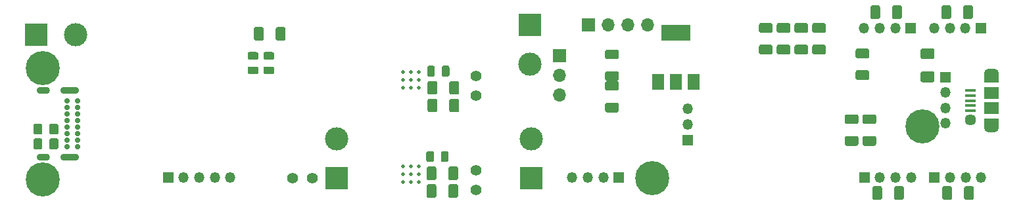
<source format=gbs>
G04 #@! TF.GenerationSoftware,KiCad,Pcbnew,(5.1.5)-3*
G04 #@! TF.CreationDate,2020-12-19T17:07:05+01:00*
G04 #@! TF.ProjectId,BalthazarPSU2,42616c74-6861-47a6-9172-505355322e6b,rev?*
G04 #@! TF.SameCoordinates,Original*
G04 #@! TF.FileFunction,Soldermask,Bot*
G04 #@! TF.FilePolarity,Negative*
%FSLAX46Y46*%
G04 Gerber Fmt 4.6, Leading zero omitted, Abs format (unit mm)*
G04 Created by KiCad (PCBNEW (5.1.5)-3) date 2020-12-19 17:07:05*
%MOMM*%
%LPD*%
G04 APERTURE LIST*
%ADD10C,0.500000*%
%ADD11C,0.100000*%
%ADD12C,1.400000*%
%ADD13C,3.000000*%
%ADD14R,3.000000X3.000000*%
%ADD15C,0.700000*%
%ADD16O,2.400000X0.900000*%
%ADD17O,1.700000X0.900000*%
%ADD18R,3.800000X2.000000*%
%ADD19R,1.500000X2.000000*%
%ADD20R,1.900000X1.500000*%
%ADD21R,1.350000X0.400000*%
%ADD22C,1.450000*%
%ADD23O,1.900000X1.200000*%
%ADD24R,1.900000X1.200000*%
%ADD25R,1.350000X1.350000*%
%ADD26O,1.350000X1.350000*%
%ADD27R,1.700000X1.700000*%
%ADD28O,1.700000X1.700000*%
%ADD29C,4.400000*%
G04 APERTURE END LIST*
D10*
X153401000Y-67960000D03*
X151369000Y-67960000D03*
X153401000Y-66944000D03*
X151369000Y-66944000D03*
X151369000Y-68976000D03*
X152385000Y-67960000D03*
X152385000Y-66944000D03*
X152385000Y-68976000D03*
X153401000Y-68976000D03*
D11*
G36*
X133238504Y-61102204D02*
G01*
X133262773Y-61105804D01*
X133286571Y-61111765D01*
X133309671Y-61120030D01*
X133331849Y-61130520D01*
X133352893Y-61143133D01*
X133372598Y-61157747D01*
X133390777Y-61174223D01*
X133407253Y-61192402D01*
X133421867Y-61212107D01*
X133434480Y-61233151D01*
X133444970Y-61255329D01*
X133453235Y-61278429D01*
X133459196Y-61302227D01*
X133462796Y-61326496D01*
X133464000Y-61351000D01*
X133464000Y-62601000D01*
X133462796Y-62625504D01*
X133459196Y-62649773D01*
X133453235Y-62673571D01*
X133444970Y-62696671D01*
X133434480Y-62718849D01*
X133421867Y-62739893D01*
X133407253Y-62759598D01*
X133390777Y-62777777D01*
X133372598Y-62794253D01*
X133352893Y-62808867D01*
X133331849Y-62821480D01*
X133309671Y-62831970D01*
X133286571Y-62840235D01*
X133262773Y-62846196D01*
X133238504Y-62849796D01*
X133214000Y-62851000D01*
X132464000Y-62851000D01*
X132439496Y-62849796D01*
X132415227Y-62846196D01*
X132391429Y-62840235D01*
X132368329Y-62831970D01*
X132346151Y-62821480D01*
X132325107Y-62808867D01*
X132305402Y-62794253D01*
X132287223Y-62777777D01*
X132270747Y-62759598D01*
X132256133Y-62739893D01*
X132243520Y-62718849D01*
X132233030Y-62696671D01*
X132224765Y-62673571D01*
X132218804Y-62649773D01*
X132215204Y-62625504D01*
X132214000Y-62601000D01*
X132214000Y-61351000D01*
X132215204Y-61326496D01*
X132218804Y-61302227D01*
X132224765Y-61278429D01*
X132233030Y-61255329D01*
X132243520Y-61233151D01*
X132256133Y-61212107D01*
X132270747Y-61192402D01*
X132287223Y-61174223D01*
X132305402Y-61157747D01*
X132325107Y-61143133D01*
X132346151Y-61130520D01*
X132368329Y-61120030D01*
X132391429Y-61111765D01*
X132415227Y-61105804D01*
X132439496Y-61102204D01*
X132464000Y-61101000D01*
X133214000Y-61101000D01*
X133238504Y-61102204D01*
G37*
G36*
X136038504Y-61102204D02*
G01*
X136062773Y-61105804D01*
X136086571Y-61111765D01*
X136109671Y-61120030D01*
X136131849Y-61130520D01*
X136152893Y-61143133D01*
X136172598Y-61157747D01*
X136190777Y-61174223D01*
X136207253Y-61192402D01*
X136221867Y-61212107D01*
X136234480Y-61233151D01*
X136244970Y-61255329D01*
X136253235Y-61278429D01*
X136259196Y-61302227D01*
X136262796Y-61326496D01*
X136264000Y-61351000D01*
X136264000Y-62601000D01*
X136262796Y-62625504D01*
X136259196Y-62649773D01*
X136253235Y-62673571D01*
X136244970Y-62696671D01*
X136234480Y-62718849D01*
X136221867Y-62739893D01*
X136207253Y-62759598D01*
X136190777Y-62777777D01*
X136172598Y-62794253D01*
X136152893Y-62808867D01*
X136131849Y-62821480D01*
X136109671Y-62831970D01*
X136086571Y-62840235D01*
X136062773Y-62846196D01*
X136038504Y-62849796D01*
X136014000Y-62851000D01*
X135264000Y-62851000D01*
X135239496Y-62849796D01*
X135215227Y-62846196D01*
X135191429Y-62840235D01*
X135168329Y-62831970D01*
X135146151Y-62821480D01*
X135125107Y-62808867D01*
X135105402Y-62794253D01*
X135087223Y-62777777D01*
X135070747Y-62759598D01*
X135056133Y-62739893D01*
X135043520Y-62718849D01*
X135033030Y-62696671D01*
X135024765Y-62673571D01*
X135018804Y-62649773D01*
X135015204Y-62625504D01*
X135014000Y-62601000D01*
X135014000Y-61351000D01*
X135015204Y-61326496D01*
X135018804Y-61302227D01*
X135024765Y-61278429D01*
X135033030Y-61255329D01*
X135043520Y-61233151D01*
X135056133Y-61212107D01*
X135070747Y-61192402D01*
X135087223Y-61174223D01*
X135105402Y-61157747D01*
X135125107Y-61143133D01*
X135146151Y-61130520D01*
X135168329Y-61120030D01*
X135191429Y-61111765D01*
X135215227Y-61105804D01*
X135239496Y-61102204D01*
X135264000Y-61101000D01*
X136014000Y-61101000D01*
X136038504Y-61102204D01*
G37*
G36*
X178957504Y-66816204D02*
G01*
X178981773Y-66819804D01*
X179005571Y-66825765D01*
X179028671Y-66834030D01*
X179050849Y-66844520D01*
X179071893Y-66857133D01*
X179091598Y-66871747D01*
X179109777Y-66888223D01*
X179126253Y-66906402D01*
X179140867Y-66926107D01*
X179153480Y-66947151D01*
X179163970Y-66969329D01*
X179172235Y-66992429D01*
X179178196Y-67016227D01*
X179181796Y-67040496D01*
X179183000Y-67065000D01*
X179183000Y-67815000D01*
X179181796Y-67839504D01*
X179178196Y-67863773D01*
X179172235Y-67887571D01*
X179163970Y-67910671D01*
X179153480Y-67932849D01*
X179140867Y-67953893D01*
X179126253Y-67973598D01*
X179109777Y-67991777D01*
X179091598Y-68008253D01*
X179071893Y-68022867D01*
X179050849Y-68035480D01*
X179028671Y-68045970D01*
X179005571Y-68054235D01*
X178981773Y-68060196D01*
X178957504Y-68063796D01*
X178933000Y-68065000D01*
X177683000Y-68065000D01*
X177658496Y-68063796D01*
X177634227Y-68060196D01*
X177610429Y-68054235D01*
X177587329Y-68045970D01*
X177565151Y-68035480D01*
X177544107Y-68022867D01*
X177524402Y-68008253D01*
X177506223Y-67991777D01*
X177489747Y-67973598D01*
X177475133Y-67953893D01*
X177462520Y-67932849D01*
X177452030Y-67910671D01*
X177443765Y-67887571D01*
X177437804Y-67863773D01*
X177434204Y-67839504D01*
X177433000Y-67815000D01*
X177433000Y-67065000D01*
X177434204Y-67040496D01*
X177437804Y-67016227D01*
X177443765Y-66992429D01*
X177452030Y-66969329D01*
X177462520Y-66947151D01*
X177475133Y-66926107D01*
X177489747Y-66906402D01*
X177506223Y-66888223D01*
X177524402Y-66871747D01*
X177544107Y-66857133D01*
X177565151Y-66844520D01*
X177587329Y-66834030D01*
X177610429Y-66825765D01*
X177634227Y-66819804D01*
X177658496Y-66816204D01*
X177683000Y-66815000D01*
X178933000Y-66815000D01*
X178957504Y-66816204D01*
G37*
G36*
X178957504Y-64016204D02*
G01*
X178981773Y-64019804D01*
X179005571Y-64025765D01*
X179028671Y-64034030D01*
X179050849Y-64044520D01*
X179071893Y-64057133D01*
X179091598Y-64071747D01*
X179109777Y-64088223D01*
X179126253Y-64106402D01*
X179140867Y-64126107D01*
X179153480Y-64147151D01*
X179163970Y-64169329D01*
X179172235Y-64192429D01*
X179178196Y-64216227D01*
X179181796Y-64240496D01*
X179183000Y-64265000D01*
X179183000Y-65015000D01*
X179181796Y-65039504D01*
X179178196Y-65063773D01*
X179172235Y-65087571D01*
X179163970Y-65110671D01*
X179153480Y-65132849D01*
X179140867Y-65153893D01*
X179126253Y-65173598D01*
X179109777Y-65191777D01*
X179091598Y-65208253D01*
X179071893Y-65222867D01*
X179050849Y-65235480D01*
X179028671Y-65245970D01*
X179005571Y-65254235D01*
X178981773Y-65260196D01*
X178957504Y-65263796D01*
X178933000Y-65265000D01*
X177683000Y-65265000D01*
X177658496Y-65263796D01*
X177634227Y-65260196D01*
X177610429Y-65254235D01*
X177587329Y-65245970D01*
X177565151Y-65235480D01*
X177544107Y-65222867D01*
X177524402Y-65208253D01*
X177506223Y-65191777D01*
X177489747Y-65173598D01*
X177475133Y-65153893D01*
X177462520Y-65132849D01*
X177452030Y-65110671D01*
X177443765Y-65087571D01*
X177437804Y-65063773D01*
X177434204Y-65039504D01*
X177433000Y-65015000D01*
X177433000Y-64265000D01*
X177434204Y-64240496D01*
X177437804Y-64216227D01*
X177443765Y-64192429D01*
X177452030Y-64169329D01*
X177462520Y-64147151D01*
X177475133Y-64126107D01*
X177489747Y-64106402D01*
X177506223Y-64088223D01*
X177524402Y-64071747D01*
X177544107Y-64057133D01*
X177565151Y-64044520D01*
X177587329Y-64034030D01*
X177610429Y-64025765D01*
X177634227Y-64019804D01*
X177658496Y-64016204D01*
X177683000Y-64015000D01*
X178933000Y-64015000D01*
X178957504Y-64016204D01*
G37*
G36*
X178957504Y-68080204D02*
G01*
X178981773Y-68083804D01*
X179005571Y-68089765D01*
X179028671Y-68098030D01*
X179050849Y-68108520D01*
X179071893Y-68121133D01*
X179091598Y-68135747D01*
X179109777Y-68152223D01*
X179126253Y-68170402D01*
X179140867Y-68190107D01*
X179153480Y-68211151D01*
X179163970Y-68233329D01*
X179172235Y-68256429D01*
X179178196Y-68280227D01*
X179181796Y-68304496D01*
X179183000Y-68329000D01*
X179183000Y-69079000D01*
X179181796Y-69103504D01*
X179178196Y-69127773D01*
X179172235Y-69151571D01*
X179163970Y-69174671D01*
X179153480Y-69196849D01*
X179140867Y-69217893D01*
X179126253Y-69237598D01*
X179109777Y-69255777D01*
X179091598Y-69272253D01*
X179071893Y-69286867D01*
X179050849Y-69299480D01*
X179028671Y-69309970D01*
X179005571Y-69318235D01*
X178981773Y-69324196D01*
X178957504Y-69327796D01*
X178933000Y-69329000D01*
X177683000Y-69329000D01*
X177658496Y-69327796D01*
X177634227Y-69324196D01*
X177610429Y-69318235D01*
X177587329Y-69309970D01*
X177565151Y-69299480D01*
X177544107Y-69286867D01*
X177524402Y-69272253D01*
X177506223Y-69255777D01*
X177489747Y-69237598D01*
X177475133Y-69217893D01*
X177462520Y-69196849D01*
X177452030Y-69174671D01*
X177443765Y-69151571D01*
X177437804Y-69127773D01*
X177434204Y-69103504D01*
X177433000Y-69079000D01*
X177433000Y-68329000D01*
X177434204Y-68304496D01*
X177437804Y-68280227D01*
X177443765Y-68256429D01*
X177452030Y-68233329D01*
X177462520Y-68211151D01*
X177475133Y-68190107D01*
X177489747Y-68170402D01*
X177506223Y-68152223D01*
X177524402Y-68135747D01*
X177544107Y-68121133D01*
X177565151Y-68108520D01*
X177587329Y-68098030D01*
X177610429Y-68089765D01*
X177634227Y-68083804D01*
X177658496Y-68080204D01*
X177683000Y-68079000D01*
X178933000Y-68079000D01*
X178957504Y-68080204D01*
G37*
G36*
X178957504Y-70880204D02*
G01*
X178981773Y-70883804D01*
X179005571Y-70889765D01*
X179028671Y-70898030D01*
X179050849Y-70908520D01*
X179071893Y-70921133D01*
X179091598Y-70935747D01*
X179109777Y-70952223D01*
X179126253Y-70970402D01*
X179140867Y-70990107D01*
X179153480Y-71011151D01*
X179163970Y-71033329D01*
X179172235Y-71056429D01*
X179178196Y-71080227D01*
X179181796Y-71104496D01*
X179183000Y-71129000D01*
X179183000Y-71879000D01*
X179181796Y-71903504D01*
X179178196Y-71927773D01*
X179172235Y-71951571D01*
X179163970Y-71974671D01*
X179153480Y-71996849D01*
X179140867Y-72017893D01*
X179126253Y-72037598D01*
X179109777Y-72055777D01*
X179091598Y-72072253D01*
X179071893Y-72086867D01*
X179050849Y-72099480D01*
X179028671Y-72109970D01*
X179005571Y-72118235D01*
X178981773Y-72124196D01*
X178957504Y-72127796D01*
X178933000Y-72129000D01*
X177683000Y-72129000D01*
X177658496Y-72127796D01*
X177634227Y-72124196D01*
X177610429Y-72118235D01*
X177587329Y-72109970D01*
X177565151Y-72099480D01*
X177544107Y-72086867D01*
X177524402Y-72072253D01*
X177506223Y-72055777D01*
X177489747Y-72037598D01*
X177475133Y-72017893D01*
X177462520Y-71996849D01*
X177452030Y-71974671D01*
X177443765Y-71951571D01*
X177437804Y-71927773D01*
X177434204Y-71903504D01*
X177433000Y-71879000D01*
X177433000Y-71129000D01*
X177434204Y-71104496D01*
X177437804Y-71080227D01*
X177443765Y-71056429D01*
X177452030Y-71033329D01*
X177462520Y-71011151D01*
X177475133Y-70990107D01*
X177489747Y-70970402D01*
X177506223Y-70952223D01*
X177524402Y-70935747D01*
X177544107Y-70921133D01*
X177565151Y-70908520D01*
X177587329Y-70898030D01*
X177610429Y-70889765D01*
X177634227Y-70883804D01*
X177658496Y-70880204D01*
X177683000Y-70879000D01*
X178933000Y-70879000D01*
X178957504Y-70880204D01*
G37*
D12*
X137160000Y-80645000D03*
X139700000Y-80645000D03*
X160782000Y-67437000D03*
X160782000Y-69977000D03*
X160782000Y-79629000D03*
X160782000Y-82169000D03*
D11*
G36*
X158393504Y-70373204D02*
G01*
X158417773Y-70376804D01*
X158441571Y-70382765D01*
X158464671Y-70391030D01*
X158486849Y-70401520D01*
X158507893Y-70414133D01*
X158527598Y-70428747D01*
X158545777Y-70445223D01*
X158562253Y-70463402D01*
X158576867Y-70483107D01*
X158589480Y-70504151D01*
X158599970Y-70526329D01*
X158608235Y-70549429D01*
X158614196Y-70573227D01*
X158617796Y-70597496D01*
X158619000Y-70622000D01*
X158619000Y-71872000D01*
X158617796Y-71896504D01*
X158614196Y-71920773D01*
X158608235Y-71944571D01*
X158599970Y-71967671D01*
X158589480Y-71989849D01*
X158576867Y-72010893D01*
X158562253Y-72030598D01*
X158545777Y-72048777D01*
X158527598Y-72065253D01*
X158507893Y-72079867D01*
X158486849Y-72092480D01*
X158464671Y-72102970D01*
X158441571Y-72111235D01*
X158417773Y-72117196D01*
X158393504Y-72120796D01*
X158369000Y-72122000D01*
X157619000Y-72122000D01*
X157594496Y-72120796D01*
X157570227Y-72117196D01*
X157546429Y-72111235D01*
X157523329Y-72102970D01*
X157501151Y-72092480D01*
X157480107Y-72079867D01*
X157460402Y-72065253D01*
X157442223Y-72048777D01*
X157425747Y-72030598D01*
X157411133Y-72010893D01*
X157398520Y-71989849D01*
X157388030Y-71967671D01*
X157379765Y-71944571D01*
X157373804Y-71920773D01*
X157370204Y-71896504D01*
X157369000Y-71872000D01*
X157369000Y-70622000D01*
X157370204Y-70597496D01*
X157373804Y-70573227D01*
X157379765Y-70549429D01*
X157388030Y-70526329D01*
X157398520Y-70504151D01*
X157411133Y-70483107D01*
X157425747Y-70463402D01*
X157442223Y-70445223D01*
X157460402Y-70428747D01*
X157480107Y-70414133D01*
X157501151Y-70401520D01*
X157523329Y-70391030D01*
X157546429Y-70382765D01*
X157570227Y-70376804D01*
X157594496Y-70373204D01*
X157619000Y-70372000D01*
X158369000Y-70372000D01*
X158393504Y-70373204D01*
G37*
G36*
X155593504Y-70373204D02*
G01*
X155617773Y-70376804D01*
X155641571Y-70382765D01*
X155664671Y-70391030D01*
X155686849Y-70401520D01*
X155707893Y-70414133D01*
X155727598Y-70428747D01*
X155745777Y-70445223D01*
X155762253Y-70463402D01*
X155776867Y-70483107D01*
X155789480Y-70504151D01*
X155799970Y-70526329D01*
X155808235Y-70549429D01*
X155814196Y-70573227D01*
X155817796Y-70597496D01*
X155819000Y-70622000D01*
X155819000Y-71872000D01*
X155817796Y-71896504D01*
X155814196Y-71920773D01*
X155808235Y-71944571D01*
X155799970Y-71967671D01*
X155789480Y-71989849D01*
X155776867Y-72010893D01*
X155762253Y-72030598D01*
X155745777Y-72048777D01*
X155727598Y-72065253D01*
X155707893Y-72079867D01*
X155686849Y-72092480D01*
X155664671Y-72102970D01*
X155641571Y-72111235D01*
X155617773Y-72117196D01*
X155593504Y-72120796D01*
X155569000Y-72122000D01*
X154819000Y-72122000D01*
X154794496Y-72120796D01*
X154770227Y-72117196D01*
X154746429Y-72111235D01*
X154723329Y-72102970D01*
X154701151Y-72092480D01*
X154680107Y-72079867D01*
X154660402Y-72065253D01*
X154642223Y-72048777D01*
X154625747Y-72030598D01*
X154611133Y-72010893D01*
X154598520Y-71989849D01*
X154588030Y-71967671D01*
X154579765Y-71944571D01*
X154573804Y-71920773D01*
X154570204Y-71896504D01*
X154569000Y-71872000D01*
X154569000Y-70622000D01*
X154570204Y-70597496D01*
X154573804Y-70573227D01*
X154579765Y-70549429D01*
X154588030Y-70526329D01*
X154598520Y-70504151D01*
X154611133Y-70483107D01*
X154625747Y-70463402D01*
X154642223Y-70445223D01*
X154660402Y-70428747D01*
X154680107Y-70414133D01*
X154701151Y-70401520D01*
X154723329Y-70391030D01*
X154746429Y-70382765D01*
X154770227Y-70376804D01*
X154794496Y-70373204D01*
X154819000Y-70372000D01*
X155569000Y-70372000D01*
X155593504Y-70373204D01*
G37*
G36*
X155463504Y-81422204D02*
G01*
X155487773Y-81425804D01*
X155511571Y-81431765D01*
X155534671Y-81440030D01*
X155556849Y-81450520D01*
X155577893Y-81463133D01*
X155597598Y-81477747D01*
X155615777Y-81494223D01*
X155632253Y-81512402D01*
X155646867Y-81532107D01*
X155659480Y-81553151D01*
X155669970Y-81575329D01*
X155678235Y-81598429D01*
X155684196Y-81622227D01*
X155687796Y-81646496D01*
X155689000Y-81671000D01*
X155689000Y-82921000D01*
X155687796Y-82945504D01*
X155684196Y-82969773D01*
X155678235Y-82993571D01*
X155669970Y-83016671D01*
X155659480Y-83038849D01*
X155646867Y-83059893D01*
X155632253Y-83079598D01*
X155615777Y-83097777D01*
X155597598Y-83114253D01*
X155577893Y-83128867D01*
X155556849Y-83141480D01*
X155534671Y-83151970D01*
X155511571Y-83160235D01*
X155487773Y-83166196D01*
X155463504Y-83169796D01*
X155439000Y-83171000D01*
X154689000Y-83171000D01*
X154664496Y-83169796D01*
X154640227Y-83166196D01*
X154616429Y-83160235D01*
X154593329Y-83151970D01*
X154571151Y-83141480D01*
X154550107Y-83128867D01*
X154530402Y-83114253D01*
X154512223Y-83097777D01*
X154495747Y-83079598D01*
X154481133Y-83059893D01*
X154468520Y-83038849D01*
X154458030Y-83016671D01*
X154449765Y-82993571D01*
X154443804Y-82969773D01*
X154440204Y-82945504D01*
X154439000Y-82921000D01*
X154439000Y-81671000D01*
X154440204Y-81646496D01*
X154443804Y-81622227D01*
X154449765Y-81598429D01*
X154458030Y-81575329D01*
X154468520Y-81553151D01*
X154481133Y-81532107D01*
X154495747Y-81512402D01*
X154512223Y-81494223D01*
X154530402Y-81477747D01*
X154550107Y-81463133D01*
X154571151Y-81450520D01*
X154593329Y-81440030D01*
X154616429Y-81431765D01*
X154640227Y-81425804D01*
X154664496Y-81422204D01*
X154689000Y-81421000D01*
X155439000Y-81421000D01*
X155463504Y-81422204D01*
G37*
G36*
X158263504Y-81422204D02*
G01*
X158287773Y-81425804D01*
X158311571Y-81431765D01*
X158334671Y-81440030D01*
X158356849Y-81450520D01*
X158377893Y-81463133D01*
X158397598Y-81477747D01*
X158415777Y-81494223D01*
X158432253Y-81512402D01*
X158446867Y-81532107D01*
X158459480Y-81553151D01*
X158469970Y-81575329D01*
X158478235Y-81598429D01*
X158484196Y-81622227D01*
X158487796Y-81646496D01*
X158489000Y-81671000D01*
X158489000Y-82921000D01*
X158487796Y-82945504D01*
X158484196Y-82969773D01*
X158478235Y-82993571D01*
X158469970Y-83016671D01*
X158459480Y-83038849D01*
X158446867Y-83059893D01*
X158432253Y-83079598D01*
X158415777Y-83097777D01*
X158397598Y-83114253D01*
X158377893Y-83128867D01*
X158356849Y-83141480D01*
X158334671Y-83151970D01*
X158311571Y-83160235D01*
X158287773Y-83166196D01*
X158263504Y-83169796D01*
X158239000Y-83171000D01*
X157489000Y-83171000D01*
X157464496Y-83169796D01*
X157440227Y-83166196D01*
X157416429Y-83160235D01*
X157393329Y-83151970D01*
X157371151Y-83141480D01*
X157350107Y-83128867D01*
X157330402Y-83114253D01*
X157312223Y-83097777D01*
X157295747Y-83079598D01*
X157281133Y-83059893D01*
X157268520Y-83038849D01*
X157258030Y-83016671D01*
X157249765Y-82993571D01*
X157243804Y-82969773D01*
X157240204Y-82945504D01*
X157239000Y-82921000D01*
X157239000Y-81671000D01*
X157240204Y-81646496D01*
X157243804Y-81622227D01*
X157249765Y-81598429D01*
X157258030Y-81575329D01*
X157268520Y-81553151D01*
X157281133Y-81532107D01*
X157295747Y-81512402D01*
X157312223Y-81494223D01*
X157330402Y-81477747D01*
X157350107Y-81463133D01*
X157371151Y-81450520D01*
X157393329Y-81440030D01*
X157416429Y-81431765D01*
X157440227Y-81425804D01*
X157464496Y-81422204D01*
X157489000Y-81421000D01*
X158239000Y-81421000D01*
X158263504Y-81422204D01*
G37*
G36*
X155590504Y-68087204D02*
G01*
X155614773Y-68090804D01*
X155638571Y-68096765D01*
X155661671Y-68105030D01*
X155683849Y-68115520D01*
X155704893Y-68128133D01*
X155724598Y-68142747D01*
X155742777Y-68159223D01*
X155759253Y-68177402D01*
X155773867Y-68197107D01*
X155786480Y-68218151D01*
X155796970Y-68240329D01*
X155805235Y-68263429D01*
X155811196Y-68287227D01*
X155814796Y-68311496D01*
X155816000Y-68336000D01*
X155816000Y-69586000D01*
X155814796Y-69610504D01*
X155811196Y-69634773D01*
X155805235Y-69658571D01*
X155796970Y-69681671D01*
X155786480Y-69703849D01*
X155773867Y-69724893D01*
X155759253Y-69744598D01*
X155742777Y-69762777D01*
X155724598Y-69779253D01*
X155704893Y-69793867D01*
X155683849Y-69806480D01*
X155661671Y-69816970D01*
X155638571Y-69825235D01*
X155614773Y-69831196D01*
X155590504Y-69834796D01*
X155566000Y-69836000D01*
X154816000Y-69836000D01*
X154791496Y-69834796D01*
X154767227Y-69831196D01*
X154743429Y-69825235D01*
X154720329Y-69816970D01*
X154698151Y-69806480D01*
X154677107Y-69793867D01*
X154657402Y-69779253D01*
X154639223Y-69762777D01*
X154622747Y-69744598D01*
X154608133Y-69724893D01*
X154595520Y-69703849D01*
X154585030Y-69681671D01*
X154576765Y-69658571D01*
X154570804Y-69634773D01*
X154567204Y-69610504D01*
X154566000Y-69586000D01*
X154566000Y-68336000D01*
X154567204Y-68311496D01*
X154570804Y-68287227D01*
X154576765Y-68263429D01*
X154585030Y-68240329D01*
X154595520Y-68218151D01*
X154608133Y-68197107D01*
X154622747Y-68177402D01*
X154639223Y-68159223D01*
X154657402Y-68142747D01*
X154677107Y-68128133D01*
X154698151Y-68115520D01*
X154720329Y-68105030D01*
X154743429Y-68096765D01*
X154767227Y-68090804D01*
X154791496Y-68087204D01*
X154816000Y-68086000D01*
X155566000Y-68086000D01*
X155590504Y-68087204D01*
G37*
G36*
X158390504Y-68087204D02*
G01*
X158414773Y-68090804D01*
X158438571Y-68096765D01*
X158461671Y-68105030D01*
X158483849Y-68115520D01*
X158504893Y-68128133D01*
X158524598Y-68142747D01*
X158542777Y-68159223D01*
X158559253Y-68177402D01*
X158573867Y-68197107D01*
X158586480Y-68218151D01*
X158596970Y-68240329D01*
X158605235Y-68263429D01*
X158611196Y-68287227D01*
X158614796Y-68311496D01*
X158616000Y-68336000D01*
X158616000Y-69586000D01*
X158614796Y-69610504D01*
X158611196Y-69634773D01*
X158605235Y-69658571D01*
X158596970Y-69681671D01*
X158586480Y-69703849D01*
X158573867Y-69724893D01*
X158559253Y-69744598D01*
X158542777Y-69762777D01*
X158524598Y-69779253D01*
X158504893Y-69793867D01*
X158483849Y-69806480D01*
X158461671Y-69816970D01*
X158438571Y-69825235D01*
X158414773Y-69831196D01*
X158390504Y-69834796D01*
X158366000Y-69836000D01*
X157616000Y-69836000D01*
X157591496Y-69834796D01*
X157567227Y-69831196D01*
X157543429Y-69825235D01*
X157520329Y-69816970D01*
X157498151Y-69806480D01*
X157477107Y-69793867D01*
X157457402Y-69779253D01*
X157439223Y-69762777D01*
X157422747Y-69744598D01*
X157408133Y-69724893D01*
X157395520Y-69703849D01*
X157385030Y-69681671D01*
X157376765Y-69658571D01*
X157370804Y-69634773D01*
X157367204Y-69610504D01*
X157366000Y-69586000D01*
X157366000Y-68336000D01*
X157367204Y-68311496D01*
X157370804Y-68287227D01*
X157376765Y-68263429D01*
X157385030Y-68240329D01*
X157395520Y-68218151D01*
X157408133Y-68197107D01*
X157422747Y-68177402D01*
X157439223Y-68159223D01*
X157457402Y-68142747D01*
X157477107Y-68128133D01*
X157498151Y-68115520D01*
X157520329Y-68105030D01*
X157543429Y-68096765D01*
X157567227Y-68090804D01*
X157591496Y-68087204D01*
X157616000Y-68086000D01*
X158366000Y-68086000D01*
X158390504Y-68087204D01*
G37*
G36*
X158263504Y-79136204D02*
G01*
X158287773Y-79139804D01*
X158311571Y-79145765D01*
X158334671Y-79154030D01*
X158356849Y-79164520D01*
X158377893Y-79177133D01*
X158397598Y-79191747D01*
X158415777Y-79208223D01*
X158432253Y-79226402D01*
X158446867Y-79246107D01*
X158459480Y-79267151D01*
X158469970Y-79289329D01*
X158478235Y-79312429D01*
X158484196Y-79336227D01*
X158487796Y-79360496D01*
X158489000Y-79385000D01*
X158489000Y-80635000D01*
X158487796Y-80659504D01*
X158484196Y-80683773D01*
X158478235Y-80707571D01*
X158469970Y-80730671D01*
X158459480Y-80752849D01*
X158446867Y-80773893D01*
X158432253Y-80793598D01*
X158415777Y-80811777D01*
X158397598Y-80828253D01*
X158377893Y-80842867D01*
X158356849Y-80855480D01*
X158334671Y-80865970D01*
X158311571Y-80874235D01*
X158287773Y-80880196D01*
X158263504Y-80883796D01*
X158239000Y-80885000D01*
X157489000Y-80885000D01*
X157464496Y-80883796D01*
X157440227Y-80880196D01*
X157416429Y-80874235D01*
X157393329Y-80865970D01*
X157371151Y-80855480D01*
X157350107Y-80842867D01*
X157330402Y-80828253D01*
X157312223Y-80811777D01*
X157295747Y-80793598D01*
X157281133Y-80773893D01*
X157268520Y-80752849D01*
X157258030Y-80730671D01*
X157249765Y-80707571D01*
X157243804Y-80683773D01*
X157240204Y-80659504D01*
X157239000Y-80635000D01*
X157239000Y-79385000D01*
X157240204Y-79360496D01*
X157243804Y-79336227D01*
X157249765Y-79312429D01*
X157258030Y-79289329D01*
X157268520Y-79267151D01*
X157281133Y-79246107D01*
X157295747Y-79226402D01*
X157312223Y-79208223D01*
X157330402Y-79191747D01*
X157350107Y-79177133D01*
X157371151Y-79164520D01*
X157393329Y-79154030D01*
X157416429Y-79145765D01*
X157440227Y-79139804D01*
X157464496Y-79136204D01*
X157489000Y-79135000D01*
X158239000Y-79135000D01*
X158263504Y-79136204D01*
G37*
G36*
X155463504Y-79136204D02*
G01*
X155487773Y-79139804D01*
X155511571Y-79145765D01*
X155534671Y-79154030D01*
X155556849Y-79164520D01*
X155577893Y-79177133D01*
X155597598Y-79191747D01*
X155615777Y-79208223D01*
X155632253Y-79226402D01*
X155646867Y-79246107D01*
X155659480Y-79267151D01*
X155669970Y-79289329D01*
X155678235Y-79312429D01*
X155684196Y-79336227D01*
X155687796Y-79360496D01*
X155689000Y-79385000D01*
X155689000Y-80635000D01*
X155687796Y-80659504D01*
X155684196Y-80683773D01*
X155678235Y-80707571D01*
X155669970Y-80730671D01*
X155659480Y-80752849D01*
X155646867Y-80773893D01*
X155632253Y-80793598D01*
X155615777Y-80811777D01*
X155597598Y-80828253D01*
X155577893Y-80842867D01*
X155556849Y-80855480D01*
X155534671Y-80865970D01*
X155511571Y-80874235D01*
X155487773Y-80880196D01*
X155463504Y-80883796D01*
X155439000Y-80885000D01*
X154689000Y-80885000D01*
X154664496Y-80883796D01*
X154640227Y-80880196D01*
X154616429Y-80874235D01*
X154593329Y-80865970D01*
X154571151Y-80855480D01*
X154550107Y-80842867D01*
X154530402Y-80828253D01*
X154512223Y-80811777D01*
X154495747Y-80793598D01*
X154481133Y-80773893D01*
X154468520Y-80752849D01*
X154458030Y-80730671D01*
X154449765Y-80707571D01*
X154443804Y-80683773D01*
X154440204Y-80659504D01*
X154439000Y-80635000D01*
X154439000Y-79385000D01*
X154440204Y-79360496D01*
X154443804Y-79336227D01*
X154449765Y-79312429D01*
X154458030Y-79289329D01*
X154468520Y-79267151D01*
X154481133Y-79246107D01*
X154495747Y-79226402D01*
X154512223Y-79208223D01*
X154530402Y-79191747D01*
X154550107Y-79177133D01*
X154571151Y-79164520D01*
X154593329Y-79154030D01*
X154616429Y-79145765D01*
X154640227Y-79139804D01*
X154664496Y-79136204D01*
X154689000Y-79135000D01*
X155439000Y-79135000D01*
X155463504Y-79136204D01*
G37*
D13*
X142875000Y-75565000D03*
D14*
X142875000Y-80645000D03*
D13*
X167767000Y-65913000D03*
D14*
X167767000Y-60833000D03*
X167894000Y-80645000D03*
D13*
X167894000Y-75565000D03*
D11*
G36*
X132560142Y-64336674D02*
G01*
X132583803Y-64340184D01*
X132607007Y-64345996D01*
X132629529Y-64354054D01*
X132651153Y-64364282D01*
X132671670Y-64376579D01*
X132690883Y-64390829D01*
X132708607Y-64406893D01*
X132724671Y-64424617D01*
X132738921Y-64443830D01*
X132751218Y-64464347D01*
X132761446Y-64485971D01*
X132769504Y-64508493D01*
X132775316Y-64531697D01*
X132778826Y-64555358D01*
X132780000Y-64579250D01*
X132780000Y-65066750D01*
X132778826Y-65090642D01*
X132775316Y-65114303D01*
X132769504Y-65137507D01*
X132761446Y-65160029D01*
X132751218Y-65181653D01*
X132738921Y-65202170D01*
X132724671Y-65221383D01*
X132708607Y-65239107D01*
X132690883Y-65255171D01*
X132671670Y-65269421D01*
X132651153Y-65281718D01*
X132629529Y-65291946D01*
X132607007Y-65300004D01*
X132583803Y-65305816D01*
X132560142Y-65309326D01*
X132536250Y-65310500D01*
X131623750Y-65310500D01*
X131599858Y-65309326D01*
X131576197Y-65305816D01*
X131552993Y-65300004D01*
X131530471Y-65291946D01*
X131508847Y-65281718D01*
X131488330Y-65269421D01*
X131469117Y-65255171D01*
X131451393Y-65239107D01*
X131435329Y-65221383D01*
X131421079Y-65202170D01*
X131408782Y-65181653D01*
X131398554Y-65160029D01*
X131390496Y-65137507D01*
X131384684Y-65114303D01*
X131381174Y-65090642D01*
X131380000Y-65066750D01*
X131380000Y-64579250D01*
X131381174Y-64555358D01*
X131384684Y-64531697D01*
X131390496Y-64508493D01*
X131398554Y-64485971D01*
X131408782Y-64464347D01*
X131421079Y-64443830D01*
X131435329Y-64424617D01*
X131451393Y-64406893D01*
X131469117Y-64390829D01*
X131488330Y-64376579D01*
X131508847Y-64364282D01*
X131530471Y-64354054D01*
X131552993Y-64345996D01*
X131576197Y-64340184D01*
X131599858Y-64336674D01*
X131623750Y-64335500D01*
X132536250Y-64335500D01*
X132560142Y-64336674D01*
G37*
G36*
X132560142Y-66211674D02*
G01*
X132583803Y-66215184D01*
X132607007Y-66220996D01*
X132629529Y-66229054D01*
X132651153Y-66239282D01*
X132671670Y-66251579D01*
X132690883Y-66265829D01*
X132708607Y-66281893D01*
X132724671Y-66299617D01*
X132738921Y-66318830D01*
X132751218Y-66339347D01*
X132761446Y-66360971D01*
X132769504Y-66383493D01*
X132775316Y-66406697D01*
X132778826Y-66430358D01*
X132780000Y-66454250D01*
X132780000Y-66941750D01*
X132778826Y-66965642D01*
X132775316Y-66989303D01*
X132769504Y-67012507D01*
X132761446Y-67035029D01*
X132751218Y-67056653D01*
X132738921Y-67077170D01*
X132724671Y-67096383D01*
X132708607Y-67114107D01*
X132690883Y-67130171D01*
X132671670Y-67144421D01*
X132651153Y-67156718D01*
X132629529Y-67166946D01*
X132607007Y-67175004D01*
X132583803Y-67180816D01*
X132560142Y-67184326D01*
X132536250Y-67185500D01*
X131623750Y-67185500D01*
X131599858Y-67184326D01*
X131576197Y-67180816D01*
X131552993Y-67175004D01*
X131530471Y-67166946D01*
X131508847Y-67156718D01*
X131488330Y-67144421D01*
X131469117Y-67130171D01*
X131451393Y-67114107D01*
X131435329Y-67096383D01*
X131421079Y-67077170D01*
X131408782Y-67056653D01*
X131398554Y-67035029D01*
X131390496Y-67012507D01*
X131384684Y-66989303D01*
X131381174Y-66965642D01*
X131380000Y-66941750D01*
X131380000Y-66454250D01*
X131381174Y-66430358D01*
X131384684Y-66406697D01*
X131390496Y-66383493D01*
X131398554Y-66360971D01*
X131408782Y-66339347D01*
X131421079Y-66318830D01*
X131435329Y-66299617D01*
X131451393Y-66281893D01*
X131469117Y-66265829D01*
X131488330Y-66251579D01*
X131508847Y-66239282D01*
X131530471Y-66229054D01*
X131552993Y-66220996D01*
X131576197Y-66215184D01*
X131599858Y-66211674D01*
X131623750Y-66210500D01*
X132536250Y-66210500D01*
X132560142Y-66211674D01*
G37*
G36*
X157161142Y-66103174D02*
G01*
X157184803Y-66106684D01*
X157208007Y-66112496D01*
X157230529Y-66120554D01*
X157252153Y-66130782D01*
X157272670Y-66143079D01*
X157291883Y-66157329D01*
X157309607Y-66173393D01*
X157325671Y-66191117D01*
X157339921Y-66210330D01*
X157352218Y-66230847D01*
X157362446Y-66252471D01*
X157370504Y-66274993D01*
X157376316Y-66298197D01*
X157379826Y-66321858D01*
X157381000Y-66345750D01*
X157381000Y-67258250D01*
X157379826Y-67282142D01*
X157376316Y-67305803D01*
X157370504Y-67329007D01*
X157362446Y-67351529D01*
X157352218Y-67373153D01*
X157339921Y-67393670D01*
X157325671Y-67412883D01*
X157309607Y-67430607D01*
X157291883Y-67446671D01*
X157272670Y-67460921D01*
X157252153Y-67473218D01*
X157230529Y-67483446D01*
X157208007Y-67491504D01*
X157184803Y-67497316D01*
X157161142Y-67500826D01*
X157137250Y-67502000D01*
X156649750Y-67502000D01*
X156625858Y-67500826D01*
X156602197Y-67497316D01*
X156578993Y-67491504D01*
X156556471Y-67483446D01*
X156534847Y-67473218D01*
X156514330Y-67460921D01*
X156495117Y-67446671D01*
X156477393Y-67430607D01*
X156461329Y-67412883D01*
X156447079Y-67393670D01*
X156434782Y-67373153D01*
X156424554Y-67351529D01*
X156416496Y-67329007D01*
X156410684Y-67305803D01*
X156407174Y-67282142D01*
X156406000Y-67258250D01*
X156406000Y-66345750D01*
X156407174Y-66321858D01*
X156410684Y-66298197D01*
X156416496Y-66274993D01*
X156424554Y-66252471D01*
X156434782Y-66230847D01*
X156447079Y-66210330D01*
X156461329Y-66191117D01*
X156477393Y-66173393D01*
X156495117Y-66157329D01*
X156514330Y-66143079D01*
X156534847Y-66130782D01*
X156556471Y-66120554D01*
X156578993Y-66112496D01*
X156602197Y-66106684D01*
X156625858Y-66103174D01*
X156649750Y-66102000D01*
X157137250Y-66102000D01*
X157161142Y-66103174D01*
G37*
G36*
X155286142Y-66103174D02*
G01*
X155309803Y-66106684D01*
X155333007Y-66112496D01*
X155355529Y-66120554D01*
X155377153Y-66130782D01*
X155397670Y-66143079D01*
X155416883Y-66157329D01*
X155434607Y-66173393D01*
X155450671Y-66191117D01*
X155464921Y-66210330D01*
X155477218Y-66230847D01*
X155487446Y-66252471D01*
X155495504Y-66274993D01*
X155501316Y-66298197D01*
X155504826Y-66321858D01*
X155506000Y-66345750D01*
X155506000Y-67258250D01*
X155504826Y-67282142D01*
X155501316Y-67305803D01*
X155495504Y-67329007D01*
X155487446Y-67351529D01*
X155477218Y-67373153D01*
X155464921Y-67393670D01*
X155450671Y-67412883D01*
X155434607Y-67430607D01*
X155416883Y-67446671D01*
X155397670Y-67460921D01*
X155377153Y-67473218D01*
X155355529Y-67483446D01*
X155333007Y-67491504D01*
X155309803Y-67497316D01*
X155286142Y-67500826D01*
X155262250Y-67502000D01*
X154774750Y-67502000D01*
X154750858Y-67500826D01*
X154727197Y-67497316D01*
X154703993Y-67491504D01*
X154681471Y-67483446D01*
X154659847Y-67473218D01*
X154639330Y-67460921D01*
X154620117Y-67446671D01*
X154602393Y-67430607D01*
X154586329Y-67412883D01*
X154572079Y-67393670D01*
X154559782Y-67373153D01*
X154549554Y-67351529D01*
X154541496Y-67329007D01*
X154535684Y-67305803D01*
X154532174Y-67282142D01*
X154531000Y-67258250D01*
X154531000Y-66345750D01*
X154532174Y-66321858D01*
X154535684Y-66298197D01*
X154541496Y-66274993D01*
X154549554Y-66252471D01*
X154559782Y-66230847D01*
X154572079Y-66210330D01*
X154586329Y-66191117D01*
X154602393Y-66173393D01*
X154620117Y-66157329D01*
X154639330Y-66143079D01*
X154659847Y-66130782D01*
X154681471Y-66120554D01*
X154703993Y-66112496D01*
X154727197Y-66106684D01*
X154750858Y-66103174D01*
X154774750Y-66102000D01*
X155262250Y-66102000D01*
X155286142Y-66103174D01*
G37*
G36*
X155159142Y-77152174D02*
G01*
X155182803Y-77155684D01*
X155206007Y-77161496D01*
X155228529Y-77169554D01*
X155250153Y-77179782D01*
X155270670Y-77192079D01*
X155289883Y-77206329D01*
X155307607Y-77222393D01*
X155323671Y-77240117D01*
X155337921Y-77259330D01*
X155350218Y-77279847D01*
X155360446Y-77301471D01*
X155368504Y-77323993D01*
X155374316Y-77347197D01*
X155377826Y-77370858D01*
X155379000Y-77394750D01*
X155379000Y-78307250D01*
X155377826Y-78331142D01*
X155374316Y-78354803D01*
X155368504Y-78378007D01*
X155360446Y-78400529D01*
X155350218Y-78422153D01*
X155337921Y-78442670D01*
X155323671Y-78461883D01*
X155307607Y-78479607D01*
X155289883Y-78495671D01*
X155270670Y-78509921D01*
X155250153Y-78522218D01*
X155228529Y-78532446D01*
X155206007Y-78540504D01*
X155182803Y-78546316D01*
X155159142Y-78549826D01*
X155135250Y-78551000D01*
X154647750Y-78551000D01*
X154623858Y-78549826D01*
X154600197Y-78546316D01*
X154576993Y-78540504D01*
X154554471Y-78532446D01*
X154532847Y-78522218D01*
X154512330Y-78509921D01*
X154493117Y-78495671D01*
X154475393Y-78479607D01*
X154459329Y-78461883D01*
X154445079Y-78442670D01*
X154432782Y-78422153D01*
X154422554Y-78400529D01*
X154414496Y-78378007D01*
X154408684Y-78354803D01*
X154405174Y-78331142D01*
X154404000Y-78307250D01*
X154404000Y-77394750D01*
X154405174Y-77370858D01*
X154408684Y-77347197D01*
X154414496Y-77323993D01*
X154422554Y-77301471D01*
X154432782Y-77279847D01*
X154445079Y-77259330D01*
X154459329Y-77240117D01*
X154475393Y-77222393D01*
X154493117Y-77206329D01*
X154512330Y-77192079D01*
X154532847Y-77179782D01*
X154554471Y-77169554D01*
X154576993Y-77161496D01*
X154600197Y-77155684D01*
X154623858Y-77152174D01*
X154647750Y-77151000D01*
X155135250Y-77151000D01*
X155159142Y-77152174D01*
G37*
G36*
X157034142Y-77152174D02*
G01*
X157057803Y-77155684D01*
X157081007Y-77161496D01*
X157103529Y-77169554D01*
X157125153Y-77179782D01*
X157145670Y-77192079D01*
X157164883Y-77206329D01*
X157182607Y-77222393D01*
X157198671Y-77240117D01*
X157212921Y-77259330D01*
X157225218Y-77279847D01*
X157235446Y-77301471D01*
X157243504Y-77323993D01*
X157249316Y-77347197D01*
X157252826Y-77370858D01*
X157254000Y-77394750D01*
X157254000Y-78307250D01*
X157252826Y-78331142D01*
X157249316Y-78354803D01*
X157243504Y-78378007D01*
X157235446Y-78400529D01*
X157225218Y-78422153D01*
X157212921Y-78442670D01*
X157198671Y-78461883D01*
X157182607Y-78479607D01*
X157164883Y-78495671D01*
X157145670Y-78509921D01*
X157125153Y-78522218D01*
X157103529Y-78532446D01*
X157081007Y-78540504D01*
X157057803Y-78546316D01*
X157034142Y-78549826D01*
X157010250Y-78551000D01*
X156522750Y-78551000D01*
X156498858Y-78549826D01*
X156475197Y-78546316D01*
X156451993Y-78540504D01*
X156429471Y-78532446D01*
X156407847Y-78522218D01*
X156387330Y-78509921D01*
X156368117Y-78495671D01*
X156350393Y-78479607D01*
X156334329Y-78461883D01*
X156320079Y-78442670D01*
X156307782Y-78422153D01*
X156297554Y-78400529D01*
X156289496Y-78378007D01*
X156283684Y-78354803D01*
X156280174Y-78331142D01*
X156279000Y-78307250D01*
X156279000Y-77394750D01*
X156280174Y-77370858D01*
X156283684Y-77347197D01*
X156289496Y-77323993D01*
X156297554Y-77301471D01*
X156307782Y-77279847D01*
X156320079Y-77259330D01*
X156334329Y-77240117D01*
X156350393Y-77222393D01*
X156368117Y-77206329D01*
X156387330Y-77192079D01*
X156407847Y-77179782D01*
X156429471Y-77169554D01*
X156451993Y-77161496D01*
X156475197Y-77155684D01*
X156498858Y-77152174D01*
X156522750Y-77151000D01*
X157010250Y-77151000D01*
X157034142Y-77152174D01*
G37*
G36*
X134592142Y-66211674D02*
G01*
X134615803Y-66215184D01*
X134639007Y-66220996D01*
X134661529Y-66229054D01*
X134683153Y-66239282D01*
X134703670Y-66251579D01*
X134722883Y-66265829D01*
X134740607Y-66281893D01*
X134756671Y-66299617D01*
X134770921Y-66318830D01*
X134783218Y-66339347D01*
X134793446Y-66360971D01*
X134801504Y-66383493D01*
X134807316Y-66406697D01*
X134810826Y-66430358D01*
X134812000Y-66454250D01*
X134812000Y-66941750D01*
X134810826Y-66965642D01*
X134807316Y-66989303D01*
X134801504Y-67012507D01*
X134793446Y-67035029D01*
X134783218Y-67056653D01*
X134770921Y-67077170D01*
X134756671Y-67096383D01*
X134740607Y-67114107D01*
X134722883Y-67130171D01*
X134703670Y-67144421D01*
X134683153Y-67156718D01*
X134661529Y-67166946D01*
X134639007Y-67175004D01*
X134615803Y-67180816D01*
X134592142Y-67184326D01*
X134568250Y-67185500D01*
X133655750Y-67185500D01*
X133631858Y-67184326D01*
X133608197Y-67180816D01*
X133584993Y-67175004D01*
X133562471Y-67166946D01*
X133540847Y-67156718D01*
X133520330Y-67144421D01*
X133501117Y-67130171D01*
X133483393Y-67114107D01*
X133467329Y-67096383D01*
X133453079Y-67077170D01*
X133440782Y-67056653D01*
X133430554Y-67035029D01*
X133422496Y-67012507D01*
X133416684Y-66989303D01*
X133413174Y-66965642D01*
X133412000Y-66941750D01*
X133412000Y-66454250D01*
X133413174Y-66430358D01*
X133416684Y-66406697D01*
X133422496Y-66383493D01*
X133430554Y-66360971D01*
X133440782Y-66339347D01*
X133453079Y-66318830D01*
X133467329Y-66299617D01*
X133483393Y-66281893D01*
X133501117Y-66265829D01*
X133520330Y-66251579D01*
X133540847Y-66239282D01*
X133562471Y-66229054D01*
X133584993Y-66220996D01*
X133608197Y-66215184D01*
X133631858Y-66211674D01*
X133655750Y-66210500D01*
X134568250Y-66210500D01*
X134592142Y-66211674D01*
G37*
G36*
X134592142Y-64336674D02*
G01*
X134615803Y-64340184D01*
X134639007Y-64345996D01*
X134661529Y-64354054D01*
X134683153Y-64364282D01*
X134703670Y-64376579D01*
X134722883Y-64390829D01*
X134740607Y-64406893D01*
X134756671Y-64424617D01*
X134770921Y-64443830D01*
X134783218Y-64464347D01*
X134793446Y-64485971D01*
X134801504Y-64508493D01*
X134807316Y-64531697D01*
X134810826Y-64555358D01*
X134812000Y-64579250D01*
X134812000Y-65066750D01*
X134810826Y-65090642D01*
X134807316Y-65114303D01*
X134801504Y-65137507D01*
X134793446Y-65160029D01*
X134783218Y-65181653D01*
X134770921Y-65202170D01*
X134756671Y-65221383D01*
X134740607Y-65239107D01*
X134722883Y-65255171D01*
X134703670Y-65269421D01*
X134683153Y-65281718D01*
X134661529Y-65291946D01*
X134639007Y-65300004D01*
X134615803Y-65305816D01*
X134592142Y-65309326D01*
X134568250Y-65310500D01*
X133655750Y-65310500D01*
X133631858Y-65309326D01*
X133608197Y-65305816D01*
X133584993Y-65300004D01*
X133562471Y-65291946D01*
X133540847Y-65281718D01*
X133520330Y-65269421D01*
X133501117Y-65255171D01*
X133483393Y-65239107D01*
X133467329Y-65221383D01*
X133453079Y-65202170D01*
X133440782Y-65181653D01*
X133430554Y-65160029D01*
X133422496Y-65137507D01*
X133416684Y-65114303D01*
X133413174Y-65090642D01*
X133412000Y-65066750D01*
X133412000Y-64579250D01*
X133413174Y-64555358D01*
X133416684Y-64531697D01*
X133422496Y-64508493D01*
X133430554Y-64485971D01*
X133440782Y-64464347D01*
X133453079Y-64443830D01*
X133467329Y-64424617D01*
X133483393Y-64406893D01*
X133501117Y-64390829D01*
X133520330Y-64376579D01*
X133540847Y-64364282D01*
X133562471Y-64354054D01*
X133584993Y-64345996D01*
X133608197Y-64340184D01*
X133631858Y-64336674D01*
X133655750Y-64335500D01*
X134568250Y-64335500D01*
X134592142Y-64336674D01*
G37*
D15*
X109474000Y-70612000D03*
X109474000Y-71462000D03*
X109474000Y-72312000D03*
X109474000Y-73162000D03*
X109474000Y-74012000D03*
X109474000Y-74862000D03*
X109474000Y-75712000D03*
X109474000Y-76562000D03*
X108124000Y-71462000D03*
X108124000Y-73162000D03*
X108124000Y-72312000D03*
X108124000Y-70612000D03*
X108124000Y-74862000D03*
X108124000Y-75712000D03*
X108124000Y-76562000D03*
X108124000Y-74012000D03*
D16*
X108494000Y-69262000D03*
X108494000Y-77912000D03*
D17*
X105114000Y-69262000D03*
X105114000Y-77912000D03*
D14*
X104140000Y-62103000D03*
D13*
X109220000Y-62103000D03*
D10*
X153416000Y-81153000D03*
X152400000Y-81153000D03*
X152400000Y-79121000D03*
X152400000Y-80137000D03*
X151384000Y-81153000D03*
X151384000Y-79121000D03*
X153416000Y-79121000D03*
X151384000Y-80137000D03*
X153416000Y-80137000D03*
D11*
G36*
X209818504Y-75198204D02*
G01*
X209842773Y-75201804D01*
X209866571Y-75207765D01*
X209889671Y-75216030D01*
X209911849Y-75226520D01*
X209932893Y-75239133D01*
X209952598Y-75253747D01*
X209970777Y-75270223D01*
X209987253Y-75288402D01*
X210001867Y-75308107D01*
X210014480Y-75329151D01*
X210024970Y-75351329D01*
X210033235Y-75374429D01*
X210039196Y-75398227D01*
X210042796Y-75422496D01*
X210044000Y-75447000D01*
X210044000Y-76197000D01*
X210042796Y-76221504D01*
X210039196Y-76245773D01*
X210033235Y-76269571D01*
X210024970Y-76292671D01*
X210014480Y-76314849D01*
X210001867Y-76335893D01*
X209987253Y-76355598D01*
X209970777Y-76373777D01*
X209952598Y-76390253D01*
X209932893Y-76404867D01*
X209911849Y-76417480D01*
X209889671Y-76427970D01*
X209866571Y-76436235D01*
X209842773Y-76442196D01*
X209818504Y-76445796D01*
X209794000Y-76447000D01*
X208544000Y-76447000D01*
X208519496Y-76445796D01*
X208495227Y-76442196D01*
X208471429Y-76436235D01*
X208448329Y-76427970D01*
X208426151Y-76417480D01*
X208405107Y-76404867D01*
X208385402Y-76390253D01*
X208367223Y-76373777D01*
X208350747Y-76355598D01*
X208336133Y-76335893D01*
X208323520Y-76314849D01*
X208313030Y-76292671D01*
X208304765Y-76269571D01*
X208298804Y-76245773D01*
X208295204Y-76221504D01*
X208294000Y-76197000D01*
X208294000Y-75447000D01*
X208295204Y-75422496D01*
X208298804Y-75398227D01*
X208304765Y-75374429D01*
X208313030Y-75351329D01*
X208323520Y-75329151D01*
X208336133Y-75308107D01*
X208350747Y-75288402D01*
X208367223Y-75270223D01*
X208385402Y-75253747D01*
X208405107Y-75239133D01*
X208426151Y-75226520D01*
X208448329Y-75216030D01*
X208471429Y-75207765D01*
X208495227Y-75201804D01*
X208519496Y-75198204D01*
X208544000Y-75197000D01*
X209794000Y-75197000D01*
X209818504Y-75198204D01*
G37*
G36*
X209818504Y-72398204D02*
G01*
X209842773Y-72401804D01*
X209866571Y-72407765D01*
X209889671Y-72416030D01*
X209911849Y-72426520D01*
X209932893Y-72439133D01*
X209952598Y-72453747D01*
X209970777Y-72470223D01*
X209987253Y-72488402D01*
X210001867Y-72508107D01*
X210014480Y-72529151D01*
X210024970Y-72551329D01*
X210033235Y-72574429D01*
X210039196Y-72598227D01*
X210042796Y-72622496D01*
X210044000Y-72647000D01*
X210044000Y-73397000D01*
X210042796Y-73421504D01*
X210039196Y-73445773D01*
X210033235Y-73469571D01*
X210024970Y-73492671D01*
X210014480Y-73514849D01*
X210001867Y-73535893D01*
X209987253Y-73555598D01*
X209970777Y-73573777D01*
X209952598Y-73590253D01*
X209932893Y-73604867D01*
X209911849Y-73617480D01*
X209889671Y-73627970D01*
X209866571Y-73636235D01*
X209842773Y-73642196D01*
X209818504Y-73645796D01*
X209794000Y-73647000D01*
X208544000Y-73647000D01*
X208519496Y-73645796D01*
X208495227Y-73642196D01*
X208471429Y-73636235D01*
X208448329Y-73627970D01*
X208426151Y-73617480D01*
X208405107Y-73604867D01*
X208385402Y-73590253D01*
X208367223Y-73573777D01*
X208350747Y-73555598D01*
X208336133Y-73535893D01*
X208323520Y-73514849D01*
X208313030Y-73492671D01*
X208304765Y-73469571D01*
X208298804Y-73445773D01*
X208295204Y-73421504D01*
X208294000Y-73397000D01*
X208294000Y-72647000D01*
X208295204Y-72622496D01*
X208298804Y-72598227D01*
X208304765Y-72574429D01*
X208313030Y-72551329D01*
X208323520Y-72529151D01*
X208336133Y-72508107D01*
X208350747Y-72488402D01*
X208367223Y-72470223D01*
X208385402Y-72453747D01*
X208405107Y-72439133D01*
X208426151Y-72426520D01*
X208448329Y-72416030D01*
X208471429Y-72407765D01*
X208495227Y-72401804D01*
X208519496Y-72398204D01*
X208544000Y-72397000D01*
X209794000Y-72397000D01*
X209818504Y-72398204D01*
G37*
G36*
X212104504Y-72398204D02*
G01*
X212128773Y-72401804D01*
X212152571Y-72407765D01*
X212175671Y-72416030D01*
X212197849Y-72426520D01*
X212218893Y-72439133D01*
X212238598Y-72453747D01*
X212256777Y-72470223D01*
X212273253Y-72488402D01*
X212287867Y-72508107D01*
X212300480Y-72529151D01*
X212310970Y-72551329D01*
X212319235Y-72574429D01*
X212325196Y-72598227D01*
X212328796Y-72622496D01*
X212330000Y-72647000D01*
X212330000Y-73397000D01*
X212328796Y-73421504D01*
X212325196Y-73445773D01*
X212319235Y-73469571D01*
X212310970Y-73492671D01*
X212300480Y-73514849D01*
X212287867Y-73535893D01*
X212273253Y-73555598D01*
X212256777Y-73573777D01*
X212238598Y-73590253D01*
X212218893Y-73604867D01*
X212197849Y-73617480D01*
X212175671Y-73627970D01*
X212152571Y-73636235D01*
X212128773Y-73642196D01*
X212104504Y-73645796D01*
X212080000Y-73647000D01*
X210830000Y-73647000D01*
X210805496Y-73645796D01*
X210781227Y-73642196D01*
X210757429Y-73636235D01*
X210734329Y-73627970D01*
X210712151Y-73617480D01*
X210691107Y-73604867D01*
X210671402Y-73590253D01*
X210653223Y-73573777D01*
X210636747Y-73555598D01*
X210622133Y-73535893D01*
X210609520Y-73514849D01*
X210599030Y-73492671D01*
X210590765Y-73469571D01*
X210584804Y-73445773D01*
X210581204Y-73421504D01*
X210580000Y-73397000D01*
X210580000Y-72647000D01*
X210581204Y-72622496D01*
X210584804Y-72598227D01*
X210590765Y-72574429D01*
X210599030Y-72551329D01*
X210609520Y-72529151D01*
X210622133Y-72508107D01*
X210636747Y-72488402D01*
X210653223Y-72470223D01*
X210671402Y-72453747D01*
X210691107Y-72439133D01*
X210712151Y-72426520D01*
X210734329Y-72416030D01*
X210757429Y-72407765D01*
X210781227Y-72401804D01*
X210805496Y-72398204D01*
X210830000Y-72397000D01*
X212080000Y-72397000D01*
X212104504Y-72398204D01*
G37*
G36*
X212104504Y-75198204D02*
G01*
X212128773Y-75201804D01*
X212152571Y-75207765D01*
X212175671Y-75216030D01*
X212197849Y-75226520D01*
X212218893Y-75239133D01*
X212238598Y-75253747D01*
X212256777Y-75270223D01*
X212273253Y-75288402D01*
X212287867Y-75308107D01*
X212300480Y-75329151D01*
X212310970Y-75351329D01*
X212319235Y-75374429D01*
X212325196Y-75398227D01*
X212328796Y-75422496D01*
X212330000Y-75447000D01*
X212330000Y-76197000D01*
X212328796Y-76221504D01*
X212325196Y-76245773D01*
X212319235Y-76269571D01*
X212310970Y-76292671D01*
X212300480Y-76314849D01*
X212287867Y-76335893D01*
X212273253Y-76355598D01*
X212256777Y-76373777D01*
X212238598Y-76390253D01*
X212218893Y-76404867D01*
X212197849Y-76417480D01*
X212175671Y-76427970D01*
X212152571Y-76436235D01*
X212128773Y-76442196D01*
X212104504Y-76445796D01*
X212080000Y-76447000D01*
X210830000Y-76447000D01*
X210805496Y-76445796D01*
X210781227Y-76442196D01*
X210757429Y-76436235D01*
X210734329Y-76427970D01*
X210712151Y-76417480D01*
X210691107Y-76404867D01*
X210671402Y-76390253D01*
X210653223Y-76373777D01*
X210636747Y-76355598D01*
X210622133Y-76335893D01*
X210609520Y-76314849D01*
X210599030Y-76292671D01*
X210590765Y-76269571D01*
X210584804Y-76245773D01*
X210581204Y-76221504D01*
X210580000Y-76197000D01*
X210580000Y-75447000D01*
X210581204Y-75422496D01*
X210584804Y-75398227D01*
X210590765Y-75374429D01*
X210599030Y-75351329D01*
X210609520Y-75329151D01*
X210622133Y-75308107D01*
X210636747Y-75288402D01*
X210653223Y-75270223D01*
X210671402Y-75253747D01*
X210691107Y-75239133D01*
X210712151Y-75226520D01*
X210734329Y-75216030D01*
X210757429Y-75207765D01*
X210781227Y-75201804D01*
X210805496Y-75198204D01*
X210830000Y-75197000D01*
X212080000Y-75197000D01*
X212104504Y-75198204D01*
G37*
D18*
X186563000Y-61874000D03*
D19*
X186563000Y-68174000D03*
X184263000Y-68174000D03*
X188863000Y-68174000D03*
D20*
X227170500Y-71612000D03*
D21*
X224470500Y-69962000D03*
X224470500Y-69312000D03*
X224470500Y-71912000D03*
X224470500Y-71262000D03*
X224470500Y-70612000D03*
D22*
X224470500Y-73112000D03*
D20*
X227170500Y-69612000D03*
D23*
X227170500Y-67112000D03*
X227170500Y-74112000D03*
D24*
X227170500Y-73512000D03*
X227170500Y-67712000D03*
D11*
G36*
X211215504Y-63889204D02*
G01*
X211239773Y-63892804D01*
X211263571Y-63898765D01*
X211286671Y-63907030D01*
X211308849Y-63917520D01*
X211329893Y-63930133D01*
X211349598Y-63944747D01*
X211367777Y-63961223D01*
X211384253Y-63979402D01*
X211398867Y-63999107D01*
X211411480Y-64020151D01*
X211421970Y-64042329D01*
X211430235Y-64065429D01*
X211436196Y-64089227D01*
X211439796Y-64113496D01*
X211441000Y-64138000D01*
X211441000Y-64888000D01*
X211439796Y-64912504D01*
X211436196Y-64936773D01*
X211430235Y-64960571D01*
X211421970Y-64983671D01*
X211411480Y-65005849D01*
X211398867Y-65026893D01*
X211384253Y-65046598D01*
X211367777Y-65064777D01*
X211349598Y-65081253D01*
X211329893Y-65095867D01*
X211308849Y-65108480D01*
X211286671Y-65118970D01*
X211263571Y-65127235D01*
X211239773Y-65133196D01*
X211215504Y-65136796D01*
X211191000Y-65138000D01*
X209941000Y-65138000D01*
X209916496Y-65136796D01*
X209892227Y-65133196D01*
X209868429Y-65127235D01*
X209845329Y-65118970D01*
X209823151Y-65108480D01*
X209802107Y-65095867D01*
X209782402Y-65081253D01*
X209764223Y-65064777D01*
X209747747Y-65046598D01*
X209733133Y-65026893D01*
X209720520Y-65005849D01*
X209710030Y-64983671D01*
X209701765Y-64960571D01*
X209695804Y-64936773D01*
X209692204Y-64912504D01*
X209691000Y-64888000D01*
X209691000Y-64138000D01*
X209692204Y-64113496D01*
X209695804Y-64089227D01*
X209701765Y-64065429D01*
X209710030Y-64042329D01*
X209720520Y-64020151D01*
X209733133Y-63999107D01*
X209747747Y-63979402D01*
X209764223Y-63961223D01*
X209782402Y-63944747D01*
X209802107Y-63930133D01*
X209823151Y-63917520D01*
X209845329Y-63907030D01*
X209868429Y-63898765D01*
X209892227Y-63892804D01*
X209916496Y-63889204D01*
X209941000Y-63888000D01*
X211191000Y-63888000D01*
X211215504Y-63889204D01*
G37*
G36*
X211215504Y-66689204D02*
G01*
X211239773Y-66692804D01*
X211263571Y-66698765D01*
X211286671Y-66707030D01*
X211308849Y-66717520D01*
X211329893Y-66730133D01*
X211349598Y-66744747D01*
X211367777Y-66761223D01*
X211384253Y-66779402D01*
X211398867Y-66799107D01*
X211411480Y-66820151D01*
X211421970Y-66842329D01*
X211430235Y-66865429D01*
X211436196Y-66889227D01*
X211439796Y-66913496D01*
X211441000Y-66938000D01*
X211441000Y-67688000D01*
X211439796Y-67712504D01*
X211436196Y-67736773D01*
X211430235Y-67760571D01*
X211421970Y-67783671D01*
X211411480Y-67805849D01*
X211398867Y-67826893D01*
X211384253Y-67846598D01*
X211367777Y-67864777D01*
X211349598Y-67881253D01*
X211329893Y-67895867D01*
X211308849Y-67908480D01*
X211286671Y-67918970D01*
X211263571Y-67927235D01*
X211239773Y-67933196D01*
X211215504Y-67936796D01*
X211191000Y-67938000D01*
X209941000Y-67938000D01*
X209916496Y-67936796D01*
X209892227Y-67933196D01*
X209868429Y-67927235D01*
X209845329Y-67918970D01*
X209823151Y-67908480D01*
X209802107Y-67895867D01*
X209782402Y-67881253D01*
X209764223Y-67864777D01*
X209747747Y-67846598D01*
X209733133Y-67826893D01*
X209720520Y-67805849D01*
X209710030Y-67783671D01*
X209701765Y-67760571D01*
X209695804Y-67736773D01*
X209692204Y-67712504D01*
X209691000Y-67688000D01*
X209691000Y-66938000D01*
X209692204Y-66913496D01*
X209695804Y-66889227D01*
X209701765Y-66865429D01*
X209710030Y-66842329D01*
X209720520Y-66820151D01*
X209733133Y-66799107D01*
X209747747Y-66779402D01*
X209764223Y-66761223D01*
X209782402Y-66744747D01*
X209802107Y-66730133D01*
X209823151Y-66717520D01*
X209845329Y-66707030D01*
X209868429Y-66698765D01*
X209892227Y-66692804D01*
X209916496Y-66689204D01*
X209941000Y-66688000D01*
X211191000Y-66688000D01*
X211215504Y-66689204D01*
G37*
G36*
X106784505Y-73596204D02*
G01*
X106808773Y-73599804D01*
X106832572Y-73605765D01*
X106855671Y-73614030D01*
X106877850Y-73624520D01*
X106898893Y-73637132D01*
X106918599Y-73651747D01*
X106936777Y-73668223D01*
X106953253Y-73686401D01*
X106967868Y-73706107D01*
X106980480Y-73727150D01*
X106990970Y-73749329D01*
X106999235Y-73772428D01*
X107005196Y-73796227D01*
X107008796Y-73820495D01*
X107010000Y-73844999D01*
X107010000Y-74745001D01*
X107008796Y-74769505D01*
X107005196Y-74793773D01*
X106999235Y-74817572D01*
X106990970Y-74840671D01*
X106980480Y-74862850D01*
X106967868Y-74883893D01*
X106953253Y-74903599D01*
X106936777Y-74921777D01*
X106918599Y-74938253D01*
X106898893Y-74952868D01*
X106877850Y-74965480D01*
X106855671Y-74975970D01*
X106832572Y-74984235D01*
X106808773Y-74990196D01*
X106784505Y-74993796D01*
X106760001Y-74995000D01*
X106109999Y-74995000D01*
X106085495Y-74993796D01*
X106061227Y-74990196D01*
X106037428Y-74984235D01*
X106014329Y-74975970D01*
X105992150Y-74965480D01*
X105971107Y-74952868D01*
X105951401Y-74938253D01*
X105933223Y-74921777D01*
X105916747Y-74903599D01*
X105902132Y-74883893D01*
X105889520Y-74862850D01*
X105879030Y-74840671D01*
X105870765Y-74817572D01*
X105864804Y-74793773D01*
X105861204Y-74769505D01*
X105860000Y-74745001D01*
X105860000Y-73844999D01*
X105861204Y-73820495D01*
X105864804Y-73796227D01*
X105870765Y-73772428D01*
X105879030Y-73749329D01*
X105889520Y-73727150D01*
X105902132Y-73706107D01*
X105916747Y-73686401D01*
X105933223Y-73668223D01*
X105951401Y-73651747D01*
X105971107Y-73637132D01*
X105992150Y-73624520D01*
X106014329Y-73614030D01*
X106037428Y-73605765D01*
X106061227Y-73599804D01*
X106085495Y-73596204D01*
X106109999Y-73595000D01*
X106760001Y-73595000D01*
X106784505Y-73596204D01*
G37*
G36*
X104734505Y-73596204D02*
G01*
X104758773Y-73599804D01*
X104782572Y-73605765D01*
X104805671Y-73614030D01*
X104827850Y-73624520D01*
X104848893Y-73637132D01*
X104868599Y-73651747D01*
X104886777Y-73668223D01*
X104903253Y-73686401D01*
X104917868Y-73706107D01*
X104930480Y-73727150D01*
X104940970Y-73749329D01*
X104949235Y-73772428D01*
X104955196Y-73796227D01*
X104958796Y-73820495D01*
X104960000Y-73844999D01*
X104960000Y-74745001D01*
X104958796Y-74769505D01*
X104955196Y-74793773D01*
X104949235Y-74817572D01*
X104940970Y-74840671D01*
X104930480Y-74862850D01*
X104917868Y-74883893D01*
X104903253Y-74903599D01*
X104886777Y-74921777D01*
X104868599Y-74938253D01*
X104848893Y-74952868D01*
X104827850Y-74965480D01*
X104805671Y-74975970D01*
X104782572Y-74984235D01*
X104758773Y-74990196D01*
X104734505Y-74993796D01*
X104710001Y-74995000D01*
X104059999Y-74995000D01*
X104035495Y-74993796D01*
X104011227Y-74990196D01*
X103987428Y-74984235D01*
X103964329Y-74975970D01*
X103942150Y-74965480D01*
X103921107Y-74952868D01*
X103901401Y-74938253D01*
X103883223Y-74921777D01*
X103866747Y-74903599D01*
X103852132Y-74883893D01*
X103839520Y-74862850D01*
X103829030Y-74840671D01*
X103820765Y-74817572D01*
X103814804Y-74793773D01*
X103811204Y-74769505D01*
X103810000Y-74745001D01*
X103810000Y-73844999D01*
X103811204Y-73820495D01*
X103814804Y-73796227D01*
X103820765Y-73772428D01*
X103829030Y-73749329D01*
X103839520Y-73727150D01*
X103852132Y-73706107D01*
X103866747Y-73686401D01*
X103883223Y-73668223D01*
X103901401Y-73651747D01*
X103921107Y-73637132D01*
X103942150Y-73624520D01*
X103964329Y-73614030D01*
X103987428Y-73605765D01*
X104011227Y-73599804D01*
X104035495Y-73596204D01*
X104059999Y-73595000D01*
X104710001Y-73595000D01*
X104734505Y-73596204D01*
G37*
G36*
X104734505Y-75501204D02*
G01*
X104758773Y-75504804D01*
X104782572Y-75510765D01*
X104805671Y-75519030D01*
X104827850Y-75529520D01*
X104848893Y-75542132D01*
X104868599Y-75556747D01*
X104886777Y-75573223D01*
X104903253Y-75591401D01*
X104917868Y-75611107D01*
X104930480Y-75632150D01*
X104940970Y-75654329D01*
X104949235Y-75677428D01*
X104955196Y-75701227D01*
X104958796Y-75725495D01*
X104960000Y-75749999D01*
X104960000Y-76650001D01*
X104958796Y-76674505D01*
X104955196Y-76698773D01*
X104949235Y-76722572D01*
X104940970Y-76745671D01*
X104930480Y-76767850D01*
X104917868Y-76788893D01*
X104903253Y-76808599D01*
X104886777Y-76826777D01*
X104868599Y-76843253D01*
X104848893Y-76857868D01*
X104827850Y-76870480D01*
X104805671Y-76880970D01*
X104782572Y-76889235D01*
X104758773Y-76895196D01*
X104734505Y-76898796D01*
X104710001Y-76900000D01*
X104059999Y-76900000D01*
X104035495Y-76898796D01*
X104011227Y-76895196D01*
X103987428Y-76889235D01*
X103964329Y-76880970D01*
X103942150Y-76870480D01*
X103921107Y-76857868D01*
X103901401Y-76843253D01*
X103883223Y-76826777D01*
X103866747Y-76808599D01*
X103852132Y-76788893D01*
X103839520Y-76767850D01*
X103829030Y-76745671D01*
X103820765Y-76722572D01*
X103814804Y-76698773D01*
X103811204Y-76674505D01*
X103810000Y-76650001D01*
X103810000Y-75749999D01*
X103811204Y-75725495D01*
X103814804Y-75701227D01*
X103820765Y-75677428D01*
X103829030Y-75654329D01*
X103839520Y-75632150D01*
X103852132Y-75611107D01*
X103866747Y-75591401D01*
X103883223Y-75573223D01*
X103901401Y-75556747D01*
X103921107Y-75542132D01*
X103942150Y-75529520D01*
X103964329Y-75519030D01*
X103987428Y-75510765D01*
X104011227Y-75504804D01*
X104035495Y-75501204D01*
X104059999Y-75500000D01*
X104710001Y-75500000D01*
X104734505Y-75501204D01*
G37*
G36*
X106784505Y-75501204D02*
G01*
X106808773Y-75504804D01*
X106832572Y-75510765D01*
X106855671Y-75519030D01*
X106877850Y-75529520D01*
X106898893Y-75542132D01*
X106918599Y-75556747D01*
X106936777Y-75573223D01*
X106953253Y-75591401D01*
X106967868Y-75611107D01*
X106980480Y-75632150D01*
X106990970Y-75654329D01*
X106999235Y-75677428D01*
X107005196Y-75701227D01*
X107008796Y-75725495D01*
X107010000Y-75749999D01*
X107010000Y-76650001D01*
X107008796Y-76674505D01*
X107005196Y-76698773D01*
X106999235Y-76722572D01*
X106990970Y-76745671D01*
X106980480Y-76767850D01*
X106967868Y-76788893D01*
X106953253Y-76808599D01*
X106936777Y-76826777D01*
X106918599Y-76843253D01*
X106898893Y-76857868D01*
X106877850Y-76870480D01*
X106855671Y-76880970D01*
X106832572Y-76889235D01*
X106808773Y-76895196D01*
X106784505Y-76898796D01*
X106760001Y-76900000D01*
X106109999Y-76900000D01*
X106085495Y-76898796D01*
X106061227Y-76895196D01*
X106037428Y-76889235D01*
X106014329Y-76880970D01*
X105992150Y-76870480D01*
X105971107Y-76857868D01*
X105951401Y-76843253D01*
X105933223Y-76826777D01*
X105916747Y-76808599D01*
X105902132Y-76788893D01*
X105889520Y-76767850D01*
X105879030Y-76745671D01*
X105870765Y-76722572D01*
X105864804Y-76698773D01*
X105861204Y-76674505D01*
X105860000Y-76650001D01*
X105860000Y-75749999D01*
X105861204Y-75725495D01*
X105864804Y-75701227D01*
X105870765Y-75677428D01*
X105879030Y-75654329D01*
X105889520Y-75632150D01*
X105902132Y-75611107D01*
X105916747Y-75591401D01*
X105933223Y-75573223D01*
X105951401Y-75556747D01*
X105971107Y-75542132D01*
X105992150Y-75529520D01*
X106014329Y-75519030D01*
X106037428Y-75510765D01*
X106061227Y-75504804D01*
X106085495Y-75501204D01*
X106109999Y-75500000D01*
X106760001Y-75500000D01*
X106784505Y-75501204D01*
G37*
D25*
X221234000Y-67564000D03*
D26*
X221234000Y-69564000D03*
X221234000Y-71564000D03*
X221234000Y-73564000D03*
D25*
X210820000Y-80518000D03*
D26*
X212820000Y-80518000D03*
X214820000Y-80518000D03*
X216820000Y-80518000D03*
X225837000Y-80518000D03*
X223837000Y-80518000D03*
X221837000Y-80518000D03*
D25*
X219837000Y-80518000D03*
X225806000Y-61214000D03*
D26*
X223806000Y-61214000D03*
X221806000Y-61214000D03*
X219806000Y-61214000D03*
X210789000Y-61214000D03*
X212789000Y-61214000D03*
X214789000Y-61214000D03*
D25*
X216789000Y-61214000D03*
D27*
X175260000Y-60833000D03*
D28*
X177800000Y-60833000D03*
X180340000Y-60833000D03*
X182880000Y-60833000D03*
D25*
X121158000Y-80518000D03*
D26*
X123158000Y-80518000D03*
X125158000Y-80518000D03*
X127158000Y-80518000D03*
X129158000Y-80518000D03*
D25*
X179197000Y-80518000D03*
D26*
X177197000Y-80518000D03*
X175197000Y-80518000D03*
X173197000Y-80518000D03*
D11*
G36*
X215667504Y-81676204D02*
G01*
X215691773Y-81679804D01*
X215715571Y-81685765D01*
X215738671Y-81694030D01*
X215760849Y-81704520D01*
X215781893Y-81717133D01*
X215801598Y-81731747D01*
X215819777Y-81748223D01*
X215836253Y-81766402D01*
X215850867Y-81786107D01*
X215863480Y-81807151D01*
X215873970Y-81829329D01*
X215882235Y-81852429D01*
X215888196Y-81876227D01*
X215891796Y-81900496D01*
X215893000Y-81925000D01*
X215893000Y-83175000D01*
X215891796Y-83199504D01*
X215888196Y-83223773D01*
X215882235Y-83247571D01*
X215873970Y-83270671D01*
X215863480Y-83292849D01*
X215850867Y-83313893D01*
X215836253Y-83333598D01*
X215819777Y-83351777D01*
X215801598Y-83368253D01*
X215781893Y-83382867D01*
X215760849Y-83395480D01*
X215738671Y-83405970D01*
X215715571Y-83414235D01*
X215691773Y-83420196D01*
X215667504Y-83423796D01*
X215643000Y-83425000D01*
X214893000Y-83425000D01*
X214868496Y-83423796D01*
X214844227Y-83420196D01*
X214820429Y-83414235D01*
X214797329Y-83405970D01*
X214775151Y-83395480D01*
X214754107Y-83382867D01*
X214734402Y-83368253D01*
X214716223Y-83351777D01*
X214699747Y-83333598D01*
X214685133Y-83313893D01*
X214672520Y-83292849D01*
X214662030Y-83270671D01*
X214653765Y-83247571D01*
X214647804Y-83223773D01*
X214644204Y-83199504D01*
X214643000Y-83175000D01*
X214643000Y-81925000D01*
X214644204Y-81900496D01*
X214647804Y-81876227D01*
X214653765Y-81852429D01*
X214662030Y-81829329D01*
X214672520Y-81807151D01*
X214685133Y-81786107D01*
X214699747Y-81766402D01*
X214716223Y-81748223D01*
X214734402Y-81731747D01*
X214754107Y-81717133D01*
X214775151Y-81704520D01*
X214797329Y-81694030D01*
X214820429Y-81685765D01*
X214844227Y-81679804D01*
X214868496Y-81676204D01*
X214893000Y-81675000D01*
X215643000Y-81675000D01*
X215667504Y-81676204D01*
G37*
G36*
X212867504Y-81676204D02*
G01*
X212891773Y-81679804D01*
X212915571Y-81685765D01*
X212938671Y-81694030D01*
X212960849Y-81704520D01*
X212981893Y-81717133D01*
X213001598Y-81731747D01*
X213019777Y-81748223D01*
X213036253Y-81766402D01*
X213050867Y-81786107D01*
X213063480Y-81807151D01*
X213073970Y-81829329D01*
X213082235Y-81852429D01*
X213088196Y-81876227D01*
X213091796Y-81900496D01*
X213093000Y-81925000D01*
X213093000Y-83175000D01*
X213091796Y-83199504D01*
X213088196Y-83223773D01*
X213082235Y-83247571D01*
X213073970Y-83270671D01*
X213063480Y-83292849D01*
X213050867Y-83313893D01*
X213036253Y-83333598D01*
X213019777Y-83351777D01*
X213001598Y-83368253D01*
X212981893Y-83382867D01*
X212960849Y-83395480D01*
X212938671Y-83405970D01*
X212915571Y-83414235D01*
X212891773Y-83420196D01*
X212867504Y-83423796D01*
X212843000Y-83425000D01*
X212093000Y-83425000D01*
X212068496Y-83423796D01*
X212044227Y-83420196D01*
X212020429Y-83414235D01*
X211997329Y-83405970D01*
X211975151Y-83395480D01*
X211954107Y-83382867D01*
X211934402Y-83368253D01*
X211916223Y-83351777D01*
X211899747Y-83333598D01*
X211885133Y-83313893D01*
X211872520Y-83292849D01*
X211862030Y-83270671D01*
X211853765Y-83247571D01*
X211847804Y-83223773D01*
X211844204Y-83199504D01*
X211843000Y-83175000D01*
X211843000Y-81925000D01*
X211844204Y-81900496D01*
X211847804Y-81876227D01*
X211853765Y-81852429D01*
X211862030Y-81829329D01*
X211872520Y-81807151D01*
X211885133Y-81786107D01*
X211899747Y-81766402D01*
X211916223Y-81748223D01*
X211934402Y-81731747D01*
X211954107Y-81717133D01*
X211975151Y-81704520D01*
X211997329Y-81694030D01*
X212020429Y-81685765D01*
X212044227Y-81679804D01*
X212068496Y-81676204D01*
X212093000Y-81675000D01*
X212843000Y-81675000D01*
X212867504Y-81676204D01*
G37*
G36*
X215413504Y-58308204D02*
G01*
X215437773Y-58311804D01*
X215461571Y-58317765D01*
X215484671Y-58326030D01*
X215506849Y-58336520D01*
X215527893Y-58349133D01*
X215547598Y-58363747D01*
X215565777Y-58380223D01*
X215582253Y-58398402D01*
X215596867Y-58418107D01*
X215609480Y-58439151D01*
X215619970Y-58461329D01*
X215628235Y-58484429D01*
X215634196Y-58508227D01*
X215637796Y-58532496D01*
X215639000Y-58557000D01*
X215639000Y-59807000D01*
X215637796Y-59831504D01*
X215634196Y-59855773D01*
X215628235Y-59879571D01*
X215619970Y-59902671D01*
X215609480Y-59924849D01*
X215596867Y-59945893D01*
X215582253Y-59965598D01*
X215565777Y-59983777D01*
X215547598Y-60000253D01*
X215527893Y-60014867D01*
X215506849Y-60027480D01*
X215484671Y-60037970D01*
X215461571Y-60046235D01*
X215437773Y-60052196D01*
X215413504Y-60055796D01*
X215389000Y-60057000D01*
X214639000Y-60057000D01*
X214614496Y-60055796D01*
X214590227Y-60052196D01*
X214566429Y-60046235D01*
X214543329Y-60037970D01*
X214521151Y-60027480D01*
X214500107Y-60014867D01*
X214480402Y-60000253D01*
X214462223Y-59983777D01*
X214445747Y-59965598D01*
X214431133Y-59945893D01*
X214418520Y-59924849D01*
X214408030Y-59902671D01*
X214399765Y-59879571D01*
X214393804Y-59855773D01*
X214390204Y-59831504D01*
X214389000Y-59807000D01*
X214389000Y-58557000D01*
X214390204Y-58532496D01*
X214393804Y-58508227D01*
X214399765Y-58484429D01*
X214408030Y-58461329D01*
X214418520Y-58439151D01*
X214431133Y-58418107D01*
X214445747Y-58398402D01*
X214462223Y-58380223D01*
X214480402Y-58363747D01*
X214500107Y-58349133D01*
X214521151Y-58336520D01*
X214543329Y-58326030D01*
X214566429Y-58317765D01*
X214590227Y-58311804D01*
X214614496Y-58308204D01*
X214639000Y-58307000D01*
X215389000Y-58307000D01*
X215413504Y-58308204D01*
G37*
G36*
X212613504Y-58308204D02*
G01*
X212637773Y-58311804D01*
X212661571Y-58317765D01*
X212684671Y-58326030D01*
X212706849Y-58336520D01*
X212727893Y-58349133D01*
X212747598Y-58363747D01*
X212765777Y-58380223D01*
X212782253Y-58398402D01*
X212796867Y-58418107D01*
X212809480Y-58439151D01*
X212819970Y-58461329D01*
X212828235Y-58484429D01*
X212834196Y-58508227D01*
X212837796Y-58532496D01*
X212839000Y-58557000D01*
X212839000Y-59807000D01*
X212837796Y-59831504D01*
X212834196Y-59855773D01*
X212828235Y-59879571D01*
X212819970Y-59902671D01*
X212809480Y-59924849D01*
X212796867Y-59945893D01*
X212782253Y-59965598D01*
X212765777Y-59983777D01*
X212747598Y-60000253D01*
X212727893Y-60014867D01*
X212706849Y-60027480D01*
X212684671Y-60037970D01*
X212661571Y-60046235D01*
X212637773Y-60052196D01*
X212613504Y-60055796D01*
X212589000Y-60057000D01*
X211839000Y-60057000D01*
X211814496Y-60055796D01*
X211790227Y-60052196D01*
X211766429Y-60046235D01*
X211743329Y-60037970D01*
X211721151Y-60027480D01*
X211700107Y-60014867D01*
X211680402Y-60000253D01*
X211662223Y-59983777D01*
X211645747Y-59965598D01*
X211631133Y-59945893D01*
X211618520Y-59924849D01*
X211608030Y-59902671D01*
X211599765Y-59879571D01*
X211593804Y-59855773D01*
X211590204Y-59831504D01*
X211589000Y-59807000D01*
X211589000Y-58557000D01*
X211590204Y-58532496D01*
X211593804Y-58508227D01*
X211599765Y-58484429D01*
X211608030Y-58461329D01*
X211618520Y-58439151D01*
X211631133Y-58418107D01*
X211645747Y-58398402D01*
X211662223Y-58380223D01*
X211680402Y-58363747D01*
X211700107Y-58349133D01*
X211721151Y-58336520D01*
X211743329Y-58326030D01*
X211766429Y-58317765D01*
X211790227Y-58311804D01*
X211814496Y-58308204D01*
X211839000Y-58307000D01*
X212589000Y-58307000D01*
X212613504Y-58308204D01*
G37*
G36*
X221884504Y-81676204D02*
G01*
X221908773Y-81679804D01*
X221932571Y-81685765D01*
X221955671Y-81694030D01*
X221977849Y-81704520D01*
X221998893Y-81717133D01*
X222018598Y-81731747D01*
X222036777Y-81748223D01*
X222053253Y-81766402D01*
X222067867Y-81786107D01*
X222080480Y-81807151D01*
X222090970Y-81829329D01*
X222099235Y-81852429D01*
X222105196Y-81876227D01*
X222108796Y-81900496D01*
X222110000Y-81925000D01*
X222110000Y-83175000D01*
X222108796Y-83199504D01*
X222105196Y-83223773D01*
X222099235Y-83247571D01*
X222090970Y-83270671D01*
X222080480Y-83292849D01*
X222067867Y-83313893D01*
X222053253Y-83333598D01*
X222036777Y-83351777D01*
X222018598Y-83368253D01*
X221998893Y-83382867D01*
X221977849Y-83395480D01*
X221955671Y-83405970D01*
X221932571Y-83414235D01*
X221908773Y-83420196D01*
X221884504Y-83423796D01*
X221860000Y-83425000D01*
X221110000Y-83425000D01*
X221085496Y-83423796D01*
X221061227Y-83420196D01*
X221037429Y-83414235D01*
X221014329Y-83405970D01*
X220992151Y-83395480D01*
X220971107Y-83382867D01*
X220951402Y-83368253D01*
X220933223Y-83351777D01*
X220916747Y-83333598D01*
X220902133Y-83313893D01*
X220889520Y-83292849D01*
X220879030Y-83270671D01*
X220870765Y-83247571D01*
X220864804Y-83223773D01*
X220861204Y-83199504D01*
X220860000Y-83175000D01*
X220860000Y-81925000D01*
X220861204Y-81900496D01*
X220864804Y-81876227D01*
X220870765Y-81852429D01*
X220879030Y-81829329D01*
X220889520Y-81807151D01*
X220902133Y-81786107D01*
X220916747Y-81766402D01*
X220933223Y-81748223D01*
X220951402Y-81731747D01*
X220971107Y-81717133D01*
X220992151Y-81704520D01*
X221014329Y-81694030D01*
X221037429Y-81685765D01*
X221061227Y-81679804D01*
X221085496Y-81676204D01*
X221110000Y-81675000D01*
X221860000Y-81675000D01*
X221884504Y-81676204D01*
G37*
G36*
X224684504Y-81676204D02*
G01*
X224708773Y-81679804D01*
X224732571Y-81685765D01*
X224755671Y-81694030D01*
X224777849Y-81704520D01*
X224798893Y-81717133D01*
X224818598Y-81731747D01*
X224836777Y-81748223D01*
X224853253Y-81766402D01*
X224867867Y-81786107D01*
X224880480Y-81807151D01*
X224890970Y-81829329D01*
X224899235Y-81852429D01*
X224905196Y-81876227D01*
X224908796Y-81900496D01*
X224910000Y-81925000D01*
X224910000Y-83175000D01*
X224908796Y-83199504D01*
X224905196Y-83223773D01*
X224899235Y-83247571D01*
X224890970Y-83270671D01*
X224880480Y-83292849D01*
X224867867Y-83313893D01*
X224853253Y-83333598D01*
X224836777Y-83351777D01*
X224818598Y-83368253D01*
X224798893Y-83382867D01*
X224777849Y-83395480D01*
X224755671Y-83405970D01*
X224732571Y-83414235D01*
X224708773Y-83420196D01*
X224684504Y-83423796D01*
X224660000Y-83425000D01*
X223910000Y-83425000D01*
X223885496Y-83423796D01*
X223861227Y-83420196D01*
X223837429Y-83414235D01*
X223814329Y-83405970D01*
X223792151Y-83395480D01*
X223771107Y-83382867D01*
X223751402Y-83368253D01*
X223733223Y-83351777D01*
X223716747Y-83333598D01*
X223702133Y-83313893D01*
X223689520Y-83292849D01*
X223679030Y-83270671D01*
X223670765Y-83247571D01*
X223664804Y-83223773D01*
X223661204Y-83199504D01*
X223660000Y-83175000D01*
X223660000Y-81925000D01*
X223661204Y-81900496D01*
X223664804Y-81876227D01*
X223670765Y-81852429D01*
X223679030Y-81829329D01*
X223689520Y-81807151D01*
X223702133Y-81786107D01*
X223716747Y-81766402D01*
X223733223Y-81748223D01*
X223751402Y-81731747D01*
X223771107Y-81717133D01*
X223792151Y-81704520D01*
X223814329Y-81694030D01*
X223837429Y-81685765D01*
X223861227Y-81679804D01*
X223885496Y-81676204D01*
X223910000Y-81675000D01*
X224660000Y-81675000D01*
X224684504Y-81676204D01*
G37*
G36*
X221757504Y-58308204D02*
G01*
X221781773Y-58311804D01*
X221805571Y-58317765D01*
X221828671Y-58326030D01*
X221850849Y-58336520D01*
X221871893Y-58349133D01*
X221891598Y-58363747D01*
X221909777Y-58380223D01*
X221926253Y-58398402D01*
X221940867Y-58418107D01*
X221953480Y-58439151D01*
X221963970Y-58461329D01*
X221972235Y-58484429D01*
X221978196Y-58508227D01*
X221981796Y-58532496D01*
X221983000Y-58557000D01*
X221983000Y-59807000D01*
X221981796Y-59831504D01*
X221978196Y-59855773D01*
X221972235Y-59879571D01*
X221963970Y-59902671D01*
X221953480Y-59924849D01*
X221940867Y-59945893D01*
X221926253Y-59965598D01*
X221909777Y-59983777D01*
X221891598Y-60000253D01*
X221871893Y-60014867D01*
X221850849Y-60027480D01*
X221828671Y-60037970D01*
X221805571Y-60046235D01*
X221781773Y-60052196D01*
X221757504Y-60055796D01*
X221733000Y-60057000D01*
X220983000Y-60057000D01*
X220958496Y-60055796D01*
X220934227Y-60052196D01*
X220910429Y-60046235D01*
X220887329Y-60037970D01*
X220865151Y-60027480D01*
X220844107Y-60014867D01*
X220824402Y-60000253D01*
X220806223Y-59983777D01*
X220789747Y-59965598D01*
X220775133Y-59945893D01*
X220762520Y-59924849D01*
X220752030Y-59902671D01*
X220743765Y-59879571D01*
X220737804Y-59855773D01*
X220734204Y-59831504D01*
X220733000Y-59807000D01*
X220733000Y-58557000D01*
X220734204Y-58532496D01*
X220737804Y-58508227D01*
X220743765Y-58484429D01*
X220752030Y-58461329D01*
X220762520Y-58439151D01*
X220775133Y-58418107D01*
X220789747Y-58398402D01*
X220806223Y-58380223D01*
X220824402Y-58363747D01*
X220844107Y-58349133D01*
X220865151Y-58336520D01*
X220887329Y-58326030D01*
X220910429Y-58317765D01*
X220934227Y-58311804D01*
X220958496Y-58308204D01*
X220983000Y-58307000D01*
X221733000Y-58307000D01*
X221757504Y-58308204D01*
G37*
G36*
X224557504Y-58308204D02*
G01*
X224581773Y-58311804D01*
X224605571Y-58317765D01*
X224628671Y-58326030D01*
X224650849Y-58336520D01*
X224671893Y-58349133D01*
X224691598Y-58363747D01*
X224709777Y-58380223D01*
X224726253Y-58398402D01*
X224740867Y-58418107D01*
X224753480Y-58439151D01*
X224763970Y-58461329D01*
X224772235Y-58484429D01*
X224778196Y-58508227D01*
X224781796Y-58532496D01*
X224783000Y-58557000D01*
X224783000Y-59807000D01*
X224781796Y-59831504D01*
X224778196Y-59855773D01*
X224772235Y-59879571D01*
X224763970Y-59902671D01*
X224753480Y-59924849D01*
X224740867Y-59945893D01*
X224726253Y-59965598D01*
X224709777Y-59983777D01*
X224691598Y-60000253D01*
X224671893Y-60014867D01*
X224650849Y-60027480D01*
X224628671Y-60037970D01*
X224605571Y-60046235D01*
X224581773Y-60052196D01*
X224557504Y-60055796D01*
X224533000Y-60057000D01*
X223783000Y-60057000D01*
X223758496Y-60055796D01*
X223734227Y-60052196D01*
X223710429Y-60046235D01*
X223687329Y-60037970D01*
X223665151Y-60027480D01*
X223644107Y-60014867D01*
X223624402Y-60000253D01*
X223606223Y-59983777D01*
X223589747Y-59965598D01*
X223575133Y-59945893D01*
X223562520Y-59924849D01*
X223552030Y-59902671D01*
X223543765Y-59879571D01*
X223537804Y-59855773D01*
X223534204Y-59831504D01*
X223533000Y-59807000D01*
X223533000Y-58557000D01*
X223534204Y-58532496D01*
X223537804Y-58508227D01*
X223543765Y-58484429D01*
X223552030Y-58461329D01*
X223562520Y-58439151D01*
X223575133Y-58418107D01*
X223589747Y-58398402D01*
X223606223Y-58380223D01*
X223624402Y-58363747D01*
X223644107Y-58349133D01*
X223665151Y-58336520D01*
X223687329Y-58326030D01*
X223710429Y-58317765D01*
X223734227Y-58311804D01*
X223758496Y-58308204D01*
X223783000Y-58307000D01*
X224533000Y-58307000D01*
X224557504Y-58308204D01*
G37*
G36*
X219597504Y-66816204D02*
G01*
X219621773Y-66819804D01*
X219645571Y-66825765D01*
X219668671Y-66834030D01*
X219690849Y-66844520D01*
X219711893Y-66857133D01*
X219731598Y-66871747D01*
X219749777Y-66888223D01*
X219766253Y-66906402D01*
X219780867Y-66926107D01*
X219793480Y-66947151D01*
X219803970Y-66969329D01*
X219812235Y-66992429D01*
X219818196Y-67016227D01*
X219821796Y-67040496D01*
X219823000Y-67065000D01*
X219823000Y-67990000D01*
X219821796Y-68014504D01*
X219818196Y-68038773D01*
X219812235Y-68062571D01*
X219803970Y-68085671D01*
X219793480Y-68107849D01*
X219780867Y-68128893D01*
X219766253Y-68148598D01*
X219749777Y-68166777D01*
X219731598Y-68183253D01*
X219711893Y-68197867D01*
X219690849Y-68210480D01*
X219668671Y-68220970D01*
X219645571Y-68229235D01*
X219621773Y-68235196D01*
X219597504Y-68238796D01*
X219573000Y-68240000D01*
X218323000Y-68240000D01*
X218298496Y-68238796D01*
X218274227Y-68235196D01*
X218250429Y-68229235D01*
X218227329Y-68220970D01*
X218205151Y-68210480D01*
X218184107Y-68197867D01*
X218164402Y-68183253D01*
X218146223Y-68166777D01*
X218129747Y-68148598D01*
X218115133Y-68128893D01*
X218102520Y-68107849D01*
X218092030Y-68085671D01*
X218083765Y-68062571D01*
X218077804Y-68038773D01*
X218074204Y-68014504D01*
X218073000Y-67990000D01*
X218073000Y-67065000D01*
X218074204Y-67040496D01*
X218077804Y-67016227D01*
X218083765Y-66992429D01*
X218092030Y-66969329D01*
X218102520Y-66947151D01*
X218115133Y-66926107D01*
X218129747Y-66906402D01*
X218146223Y-66888223D01*
X218164402Y-66871747D01*
X218184107Y-66857133D01*
X218205151Y-66844520D01*
X218227329Y-66834030D01*
X218250429Y-66825765D01*
X218274227Y-66819804D01*
X218298496Y-66816204D01*
X218323000Y-66815000D01*
X219573000Y-66815000D01*
X219597504Y-66816204D01*
G37*
G36*
X219597504Y-63841204D02*
G01*
X219621773Y-63844804D01*
X219645571Y-63850765D01*
X219668671Y-63859030D01*
X219690849Y-63869520D01*
X219711893Y-63882133D01*
X219731598Y-63896747D01*
X219749777Y-63913223D01*
X219766253Y-63931402D01*
X219780867Y-63951107D01*
X219793480Y-63972151D01*
X219803970Y-63994329D01*
X219812235Y-64017429D01*
X219818196Y-64041227D01*
X219821796Y-64065496D01*
X219823000Y-64090000D01*
X219823000Y-65015000D01*
X219821796Y-65039504D01*
X219818196Y-65063773D01*
X219812235Y-65087571D01*
X219803970Y-65110671D01*
X219793480Y-65132849D01*
X219780867Y-65153893D01*
X219766253Y-65173598D01*
X219749777Y-65191777D01*
X219731598Y-65208253D01*
X219711893Y-65222867D01*
X219690849Y-65235480D01*
X219668671Y-65245970D01*
X219645571Y-65254235D01*
X219621773Y-65260196D01*
X219597504Y-65263796D01*
X219573000Y-65265000D01*
X218323000Y-65265000D01*
X218298496Y-65263796D01*
X218274227Y-65260196D01*
X218250429Y-65254235D01*
X218227329Y-65245970D01*
X218205151Y-65235480D01*
X218184107Y-65222867D01*
X218164402Y-65208253D01*
X218146223Y-65191777D01*
X218129747Y-65173598D01*
X218115133Y-65153893D01*
X218102520Y-65132849D01*
X218092030Y-65110671D01*
X218083765Y-65087571D01*
X218077804Y-65063773D01*
X218074204Y-65039504D01*
X218073000Y-65015000D01*
X218073000Y-64090000D01*
X218074204Y-64065496D01*
X218077804Y-64041227D01*
X218083765Y-64017429D01*
X218092030Y-63994329D01*
X218102520Y-63972151D01*
X218115133Y-63951107D01*
X218129747Y-63931402D01*
X218146223Y-63913223D01*
X218164402Y-63896747D01*
X218184107Y-63882133D01*
X218205151Y-63869520D01*
X218227329Y-63859030D01*
X218250429Y-63850765D01*
X218274227Y-63844804D01*
X218298496Y-63841204D01*
X218323000Y-63840000D01*
X219573000Y-63840000D01*
X219597504Y-63841204D01*
G37*
D25*
X188087000Y-75692000D03*
D26*
X188087000Y-73692000D03*
X188087000Y-71692000D03*
D27*
X171577000Y-64770000D03*
D28*
X171577000Y-67310000D03*
X171577000Y-69850000D03*
D11*
G36*
X205627504Y-63387204D02*
G01*
X205651773Y-63390804D01*
X205675571Y-63396765D01*
X205698671Y-63405030D01*
X205720849Y-63415520D01*
X205741893Y-63428133D01*
X205761598Y-63442747D01*
X205779777Y-63459223D01*
X205796253Y-63477402D01*
X205810867Y-63497107D01*
X205823480Y-63518151D01*
X205833970Y-63540329D01*
X205842235Y-63563429D01*
X205848196Y-63587227D01*
X205851796Y-63611496D01*
X205853000Y-63636000D01*
X205853000Y-64386000D01*
X205851796Y-64410504D01*
X205848196Y-64434773D01*
X205842235Y-64458571D01*
X205833970Y-64481671D01*
X205823480Y-64503849D01*
X205810867Y-64524893D01*
X205796253Y-64544598D01*
X205779777Y-64562777D01*
X205761598Y-64579253D01*
X205741893Y-64593867D01*
X205720849Y-64606480D01*
X205698671Y-64616970D01*
X205675571Y-64625235D01*
X205651773Y-64631196D01*
X205627504Y-64634796D01*
X205603000Y-64636000D01*
X204353000Y-64636000D01*
X204328496Y-64634796D01*
X204304227Y-64631196D01*
X204280429Y-64625235D01*
X204257329Y-64616970D01*
X204235151Y-64606480D01*
X204214107Y-64593867D01*
X204194402Y-64579253D01*
X204176223Y-64562777D01*
X204159747Y-64544598D01*
X204145133Y-64524893D01*
X204132520Y-64503849D01*
X204122030Y-64481671D01*
X204113765Y-64458571D01*
X204107804Y-64434773D01*
X204104204Y-64410504D01*
X204103000Y-64386000D01*
X204103000Y-63636000D01*
X204104204Y-63611496D01*
X204107804Y-63587227D01*
X204113765Y-63563429D01*
X204122030Y-63540329D01*
X204132520Y-63518151D01*
X204145133Y-63497107D01*
X204159747Y-63477402D01*
X204176223Y-63459223D01*
X204194402Y-63442747D01*
X204214107Y-63428133D01*
X204235151Y-63415520D01*
X204257329Y-63405030D01*
X204280429Y-63396765D01*
X204304227Y-63390804D01*
X204328496Y-63387204D01*
X204353000Y-63386000D01*
X205603000Y-63386000D01*
X205627504Y-63387204D01*
G37*
G36*
X205627504Y-60587204D02*
G01*
X205651773Y-60590804D01*
X205675571Y-60596765D01*
X205698671Y-60605030D01*
X205720849Y-60615520D01*
X205741893Y-60628133D01*
X205761598Y-60642747D01*
X205779777Y-60659223D01*
X205796253Y-60677402D01*
X205810867Y-60697107D01*
X205823480Y-60718151D01*
X205833970Y-60740329D01*
X205842235Y-60763429D01*
X205848196Y-60787227D01*
X205851796Y-60811496D01*
X205853000Y-60836000D01*
X205853000Y-61586000D01*
X205851796Y-61610504D01*
X205848196Y-61634773D01*
X205842235Y-61658571D01*
X205833970Y-61681671D01*
X205823480Y-61703849D01*
X205810867Y-61724893D01*
X205796253Y-61744598D01*
X205779777Y-61762777D01*
X205761598Y-61779253D01*
X205741893Y-61793867D01*
X205720849Y-61806480D01*
X205698671Y-61816970D01*
X205675571Y-61825235D01*
X205651773Y-61831196D01*
X205627504Y-61834796D01*
X205603000Y-61836000D01*
X204353000Y-61836000D01*
X204328496Y-61834796D01*
X204304227Y-61831196D01*
X204280429Y-61825235D01*
X204257329Y-61816970D01*
X204235151Y-61806480D01*
X204214107Y-61793867D01*
X204194402Y-61779253D01*
X204176223Y-61762777D01*
X204159747Y-61744598D01*
X204145133Y-61724893D01*
X204132520Y-61703849D01*
X204122030Y-61681671D01*
X204113765Y-61658571D01*
X204107804Y-61634773D01*
X204104204Y-61610504D01*
X204103000Y-61586000D01*
X204103000Y-60836000D01*
X204104204Y-60811496D01*
X204107804Y-60787227D01*
X204113765Y-60763429D01*
X204122030Y-60740329D01*
X204132520Y-60718151D01*
X204145133Y-60697107D01*
X204159747Y-60677402D01*
X204176223Y-60659223D01*
X204194402Y-60642747D01*
X204214107Y-60628133D01*
X204235151Y-60615520D01*
X204257329Y-60605030D01*
X204280429Y-60596765D01*
X204304227Y-60590804D01*
X204328496Y-60587204D01*
X204353000Y-60586000D01*
X205603000Y-60586000D01*
X205627504Y-60587204D01*
G37*
G36*
X203341504Y-60590204D02*
G01*
X203365773Y-60593804D01*
X203389571Y-60599765D01*
X203412671Y-60608030D01*
X203434849Y-60618520D01*
X203455893Y-60631133D01*
X203475598Y-60645747D01*
X203493777Y-60662223D01*
X203510253Y-60680402D01*
X203524867Y-60700107D01*
X203537480Y-60721151D01*
X203547970Y-60743329D01*
X203556235Y-60766429D01*
X203562196Y-60790227D01*
X203565796Y-60814496D01*
X203567000Y-60839000D01*
X203567000Y-61589000D01*
X203565796Y-61613504D01*
X203562196Y-61637773D01*
X203556235Y-61661571D01*
X203547970Y-61684671D01*
X203537480Y-61706849D01*
X203524867Y-61727893D01*
X203510253Y-61747598D01*
X203493777Y-61765777D01*
X203475598Y-61782253D01*
X203455893Y-61796867D01*
X203434849Y-61809480D01*
X203412671Y-61819970D01*
X203389571Y-61828235D01*
X203365773Y-61834196D01*
X203341504Y-61837796D01*
X203317000Y-61839000D01*
X202067000Y-61839000D01*
X202042496Y-61837796D01*
X202018227Y-61834196D01*
X201994429Y-61828235D01*
X201971329Y-61819970D01*
X201949151Y-61809480D01*
X201928107Y-61796867D01*
X201908402Y-61782253D01*
X201890223Y-61765777D01*
X201873747Y-61747598D01*
X201859133Y-61727893D01*
X201846520Y-61706849D01*
X201836030Y-61684671D01*
X201827765Y-61661571D01*
X201821804Y-61637773D01*
X201818204Y-61613504D01*
X201817000Y-61589000D01*
X201817000Y-60839000D01*
X201818204Y-60814496D01*
X201821804Y-60790227D01*
X201827765Y-60766429D01*
X201836030Y-60743329D01*
X201846520Y-60721151D01*
X201859133Y-60700107D01*
X201873747Y-60680402D01*
X201890223Y-60662223D01*
X201908402Y-60645747D01*
X201928107Y-60631133D01*
X201949151Y-60618520D01*
X201971329Y-60608030D01*
X201994429Y-60599765D01*
X202018227Y-60593804D01*
X202042496Y-60590204D01*
X202067000Y-60589000D01*
X203317000Y-60589000D01*
X203341504Y-60590204D01*
G37*
G36*
X203341504Y-63390204D02*
G01*
X203365773Y-63393804D01*
X203389571Y-63399765D01*
X203412671Y-63408030D01*
X203434849Y-63418520D01*
X203455893Y-63431133D01*
X203475598Y-63445747D01*
X203493777Y-63462223D01*
X203510253Y-63480402D01*
X203524867Y-63500107D01*
X203537480Y-63521151D01*
X203547970Y-63543329D01*
X203556235Y-63566429D01*
X203562196Y-63590227D01*
X203565796Y-63614496D01*
X203567000Y-63639000D01*
X203567000Y-64389000D01*
X203565796Y-64413504D01*
X203562196Y-64437773D01*
X203556235Y-64461571D01*
X203547970Y-64484671D01*
X203537480Y-64506849D01*
X203524867Y-64527893D01*
X203510253Y-64547598D01*
X203493777Y-64565777D01*
X203475598Y-64582253D01*
X203455893Y-64596867D01*
X203434849Y-64609480D01*
X203412671Y-64619970D01*
X203389571Y-64628235D01*
X203365773Y-64634196D01*
X203341504Y-64637796D01*
X203317000Y-64639000D01*
X202067000Y-64639000D01*
X202042496Y-64637796D01*
X202018227Y-64634196D01*
X201994429Y-64628235D01*
X201971329Y-64619970D01*
X201949151Y-64609480D01*
X201928107Y-64596867D01*
X201908402Y-64582253D01*
X201890223Y-64565777D01*
X201873747Y-64547598D01*
X201859133Y-64527893D01*
X201846520Y-64506849D01*
X201836030Y-64484671D01*
X201827765Y-64461571D01*
X201821804Y-64437773D01*
X201818204Y-64413504D01*
X201817000Y-64389000D01*
X201817000Y-63639000D01*
X201818204Y-63614496D01*
X201821804Y-63590227D01*
X201827765Y-63566429D01*
X201836030Y-63543329D01*
X201846520Y-63521151D01*
X201859133Y-63500107D01*
X201873747Y-63480402D01*
X201890223Y-63462223D01*
X201908402Y-63445747D01*
X201928107Y-63431133D01*
X201949151Y-63418520D01*
X201971329Y-63408030D01*
X201994429Y-63399765D01*
X202018227Y-63393804D01*
X202042496Y-63390204D01*
X202067000Y-63389000D01*
X203317000Y-63389000D01*
X203341504Y-63390204D01*
G37*
G36*
X201055504Y-63384204D02*
G01*
X201079773Y-63387804D01*
X201103571Y-63393765D01*
X201126671Y-63402030D01*
X201148849Y-63412520D01*
X201169893Y-63425133D01*
X201189598Y-63439747D01*
X201207777Y-63456223D01*
X201224253Y-63474402D01*
X201238867Y-63494107D01*
X201251480Y-63515151D01*
X201261970Y-63537329D01*
X201270235Y-63560429D01*
X201276196Y-63584227D01*
X201279796Y-63608496D01*
X201281000Y-63633000D01*
X201281000Y-64383000D01*
X201279796Y-64407504D01*
X201276196Y-64431773D01*
X201270235Y-64455571D01*
X201261970Y-64478671D01*
X201251480Y-64500849D01*
X201238867Y-64521893D01*
X201224253Y-64541598D01*
X201207777Y-64559777D01*
X201189598Y-64576253D01*
X201169893Y-64590867D01*
X201148849Y-64603480D01*
X201126671Y-64613970D01*
X201103571Y-64622235D01*
X201079773Y-64628196D01*
X201055504Y-64631796D01*
X201031000Y-64633000D01*
X199781000Y-64633000D01*
X199756496Y-64631796D01*
X199732227Y-64628196D01*
X199708429Y-64622235D01*
X199685329Y-64613970D01*
X199663151Y-64603480D01*
X199642107Y-64590867D01*
X199622402Y-64576253D01*
X199604223Y-64559777D01*
X199587747Y-64541598D01*
X199573133Y-64521893D01*
X199560520Y-64500849D01*
X199550030Y-64478671D01*
X199541765Y-64455571D01*
X199535804Y-64431773D01*
X199532204Y-64407504D01*
X199531000Y-64383000D01*
X199531000Y-63633000D01*
X199532204Y-63608496D01*
X199535804Y-63584227D01*
X199541765Y-63560429D01*
X199550030Y-63537329D01*
X199560520Y-63515151D01*
X199573133Y-63494107D01*
X199587747Y-63474402D01*
X199604223Y-63456223D01*
X199622402Y-63439747D01*
X199642107Y-63425133D01*
X199663151Y-63412520D01*
X199685329Y-63402030D01*
X199708429Y-63393765D01*
X199732227Y-63387804D01*
X199756496Y-63384204D01*
X199781000Y-63383000D01*
X201031000Y-63383000D01*
X201055504Y-63384204D01*
G37*
G36*
X201055504Y-60584204D02*
G01*
X201079773Y-60587804D01*
X201103571Y-60593765D01*
X201126671Y-60602030D01*
X201148849Y-60612520D01*
X201169893Y-60625133D01*
X201189598Y-60639747D01*
X201207777Y-60656223D01*
X201224253Y-60674402D01*
X201238867Y-60694107D01*
X201251480Y-60715151D01*
X201261970Y-60737329D01*
X201270235Y-60760429D01*
X201276196Y-60784227D01*
X201279796Y-60808496D01*
X201281000Y-60833000D01*
X201281000Y-61583000D01*
X201279796Y-61607504D01*
X201276196Y-61631773D01*
X201270235Y-61655571D01*
X201261970Y-61678671D01*
X201251480Y-61700849D01*
X201238867Y-61721893D01*
X201224253Y-61741598D01*
X201207777Y-61759777D01*
X201189598Y-61776253D01*
X201169893Y-61790867D01*
X201148849Y-61803480D01*
X201126671Y-61813970D01*
X201103571Y-61822235D01*
X201079773Y-61828196D01*
X201055504Y-61831796D01*
X201031000Y-61833000D01*
X199781000Y-61833000D01*
X199756496Y-61831796D01*
X199732227Y-61828196D01*
X199708429Y-61822235D01*
X199685329Y-61813970D01*
X199663151Y-61803480D01*
X199642107Y-61790867D01*
X199622402Y-61776253D01*
X199604223Y-61759777D01*
X199587747Y-61741598D01*
X199573133Y-61721893D01*
X199560520Y-61700849D01*
X199550030Y-61678671D01*
X199541765Y-61655571D01*
X199535804Y-61631773D01*
X199532204Y-61607504D01*
X199531000Y-61583000D01*
X199531000Y-60833000D01*
X199532204Y-60808496D01*
X199535804Y-60784227D01*
X199541765Y-60760429D01*
X199550030Y-60737329D01*
X199560520Y-60715151D01*
X199573133Y-60694107D01*
X199587747Y-60674402D01*
X199604223Y-60656223D01*
X199622402Y-60639747D01*
X199642107Y-60625133D01*
X199663151Y-60612520D01*
X199685329Y-60602030D01*
X199708429Y-60593765D01*
X199732227Y-60587804D01*
X199756496Y-60584204D01*
X199781000Y-60583000D01*
X201031000Y-60583000D01*
X201055504Y-60584204D01*
G37*
G36*
X198769504Y-60587204D02*
G01*
X198793773Y-60590804D01*
X198817571Y-60596765D01*
X198840671Y-60605030D01*
X198862849Y-60615520D01*
X198883893Y-60628133D01*
X198903598Y-60642747D01*
X198921777Y-60659223D01*
X198938253Y-60677402D01*
X198952867Y-60697107D01*
X198965480Y-60718151D01*
X198975970Y-60740329D01*
X198984235Y-60763429D01*
X198990196Y-60787227D01*
X198993796Y-60811496D01*
X198995000Y-60836000D01*
X198995000Y-61586000D01*
X198993796Y-61610504D01*
X198990196Y-61634773D01*
X198984235Y-61658571D01*
X198975970Y-61681671D01*
X198965480Y-61703849D01*
X198952867Y-61724893D01*
X198938253Y-61744598D01*
X198921777Y-61762777D01*
X198903598Y-61779253D01*
X198883893Y-61793867D01*
X198862849Y-61806480D01*
X198840671Y-61816970D01*
X198817571Y-61825235D01*
X198793773Y-61831196D01*
X198769504Y-61834796D01*
X198745000Y-61836000D01*
X197495000Y-61836000D01*
X197470496Y-61834796D01*
X197446227Y-61831196D01*
X197422429Y-61825235D01*
X197399329Y-61816970D01*
X197377151Y-61806480D01*
X197356107Y-61793867D01*
X197336402Y-61779253D01*
X197318223Y-61762777D01*
X197301747Y-61744598D01*
X197287133Y-61724893D01*
X197274520Y-61703849D01*
X197264030Y-61681671D01*
X197255765Y-61658571D01*
X197249804Y-61634773D01*
X197246204Y-61610504D01*
X197245000Y-61586000D01*
X197245000Y-60836000D01*
X197246204Y-60811496D01*
X197249804Y-60787227D01*
X197255765Y-60763429D01*
X197264030Y-60740329D01*
X197274520Y-60718151D01*
X197287133Y-60697107D01*
X197301747Y-60677402D01*
X197318223Y-60659223D01*
X197336402Y-60642747D01*
X197356107Y-60628133D01*
X197377151Y-60615520D01*
X197399329Y-60605030D01*
X197422429Y-60596765D01*
X197446227Y-60590804D01*
X197470496Y-60587204D01*
X197495000Y-60586000D01*
X198745000Y-60586000D01*
X198769504Y-60587204D01*
G37*
G36*
X198769504Y-63387204D02*
G01*
X198793773Y-63390804D01*
X198817571Y-63396765D01*
X198840671Y-63405030D01*
X198862849Y-63415520D01*
X198883893Y-63428133D01*
X198903598Y-63442747D01*
X198921777Y-63459223D01*
X198938253Y-63477402D01*
X198952867Y-63497107D01*
X198965480Y-63518151D01*
X198975970Y-63540329D01*
X198984235Y-63563429D01*
X198990196Y-63587227D01*
X198993796Y-63611496D01*
X198995000Y-63636000D01*
X198995000Y-64386000D01*
X198993796Y-64410504D01*
X198990196Y-64434773D01*
X198984235Y-64458571D01*
X198975970Y-64481671D01*
X198965480Y-64503849D01*
X198952867Y-64524893D01*
X198938253Y-64544598D01*
X198921777Y-64562777D01*
X198903598Y-64579253D01*
X198883893Y-64593867D01*
X198862849Y-64606480D01*
X198840671Y-64616970D01*
X198817571Y-64625235D01*
X198793773Y-64631196D01*
X198769504Y-64634796D01*
X198745000Y-64636000D01*
X197495000Y-64636000D01*
X197470496Y-64634796D01*
X197446227Y-64631196D01*
X197422429Y-64625235D01*
X197399329Y-64616970D01*
X197377151Y-64606480D01*
X197356107Y-64593867D01*
X197336402Y-64579253D01*
X197318223Y-64562777D01*
X197301747Y-64544598D01*
X197287133Y-64524893D01*
X197274520Y-64503849D01*
X197264030Y-64481671D01*
X197255765Y-64458571D01*
X197249804Y-64434773D01*
X197246204Y-64410504D01*
X197245000Y-64386000D01*
X197245000Y-63636000D01*
X197246204Y-63611496D01*
X197249804Y-63587227D01*
X197255765Y-63563429D01*
X197264030Y-63540329D01*
X197274520Y-63518151D01*
X197287133Y-63497107D01*
X197301747Y-63477402D01*
X197318223Y-63459223D01*
X197336402Y-63442747D01*
X197356107Y-63428133D01*
X197377151Y-63415520D01*
X197399329Y-63405030D01*
X197422429Y-63396765D01*
X197446227Y-63390804D01*
X197470496Y-63387204D01*
X197495000Y-63386000D01*
X198745000Y-63386000D01*
X198769504Y-63387204D01*
G37*
D29*
X105029000Y-66421000D03*
X218313000Y-73914000D03*
X105029000Y-80772000D03*
X183515000Y-80645000D03*
M02*

</source>
